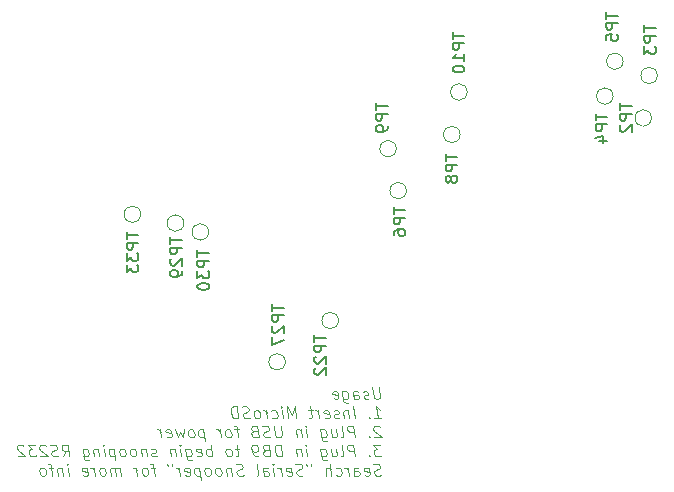
<source format=gbr>
%TF.GenerationSoftware,KiCad,Pcbnew,7.0.2*%
%TF.CreationDate,2023-06-17T11:36:00+01:00*%
%TF.ProjectId,serial_snooper,73657269-616c-45f7-936e-6f6f7065722e,rev?*%
%TF.SameCoordinates,Original*%
%TF.FileFunction,Legend,Bot*%
%TF.FilePolarity,Positive*%
%FSLAX46Y46*%
G04 Gerber Fmt 4.6, Leading zero omitted, Abs format (unit mm)*
G04 Created by KiCad (PCBNEW 7.0.2) date 2023-06-17 11:36:00*
%MOMM*%
%LPD*%
G01*
G04 APERTURE LIST*
%ADD10C,0.125000*%
%ADD11C,0.150000*%
%ADD12C,0.120000*%
G04 APERTURE END LIST*
D10*
X160142857Y-104897619D02*
X160244047Y-105707142D01*
X160244047Y-105707142D02*
X160208333Y-105802380D01*
X160208333Y-105802380D02*
X160166666Y-105850000D01*
X160166666Y-105850000D02*
X160077380Y-105897619D01*
X160077380Y-105897619D02*
X159886904Y-105897619D01*
X159886904Y-105897619D02*
X159785714Y-105850000D01*
X159785714Y-105850000D02*
X159732142Y-105802380D01*
X159732142Y-105802380D02*
X159672619Y-105707142D01*
X159672619Y-105707142D02*
X159571428Y-104897619D01*
X159267856Y-105850000D02*
X159178571Y-105897619D01*
X159178571Y-105897619D02*
X158988094Y-105897619D01*
X158988094Y-105897619D02*
X158886904Y-105850000D01*
X158886904Y-105850000D02*
X158827380Y-105754761D01*
X158827380Y-105754761D02*
X158821428Y-105707142D01*
X158821428Y-105707142D02*
X158857142Y-105611904D01*
X158857142Y-105611904D02*
X158946428Y-105564285D01*
X158946428Y-105564285D02*
X159089285Y-105564285D01*
X159089285Y-105564285D02*
X159178571Y-105516666D01*
X159178571Y-105516666D02*
X159214285Y-105421428D01*
X159214285Y-105421428D02*
X159208333Y-105373809D01*
X159208333Y-105373809D02*
X159148809Y-105278571D01*
X159148809Y-105278571D02*
X159047618Y-105230952D01*
X159047618Y-105230952D02*
X158904761Y-105230952D01*
X158904761Y-105230952D02*
X158815475Y-105278571D01*
X157994047Y-105897619D02*
X157928571Y-105373809D01*
X157928571Y-105373809D02*
X157964285Y-105278571D01*
X157964285Y-105278571D02*
X158053571Y-105230952D01*
X158053571Y-105230952D02*
X158244047Y-105230952D01*
X158244047Y-105230952D02*
X158345238Y-105278571D01*
X157988095Y-105850000D02*
X158089285Y-105897619D01*
X158089285Y-105897619D02*
X158327381Y-105897619D01*
X158327381Y-105897619D02*
X158416666Y-105850000D01*
X158416666Y-105850000D02*
X158452381Y-105754761D01*
X158452381Y-105754761D02*
X158440476Y-105659523D01*
X158440476Y-105659523D02*
X158380952Y-105564285D01*
X158380952Y-105564285D02*
X158279762Y-105516666D01*
X158279762Y-105516666D02*
X158041666Y-105516666D01*
X158041666Y-105516666D02*
X157940476Y-105469047D01*
X157011904Y-105230952D02*
X157113094Y-106040476D01*
X157113094Y-106040476D02*
X157172618Y-106135714D01*
X157172618Y-106135714D02*
X157226190Y-106183333D01*
X157226190Y-106183333D02*
X157327380Y-106230952D01*
X157327380Y-106230952D02*
X157470237Y-106230952D01*
X157470237Y-106230952D02*
X157559523Y-106183333D01*
X157089285Y-105850000D02*
X157190475Y-105897619D01*
X157190475Y-105897619D02*
X157380952Y-105897619D01*
X157380952Y-105897619D02*
X157470237Y-105850000D01*
X157470237Y-105850000D02*
X157511904Y-105802380D01*
X157511904Y-105802380D02*
X157547618Y-105707142D01*
X157547618Y-105707142D02*
X157511904Y-105421428D01*
X157511904Y-105421428D02*
X157452380Y-105326190D01*
X157452380Y-105326190D02*
X157398809Y-105278571D01*
X157398809Y-105278571D02*
X157297618Y-105230952D01*
X157297618Y-105230952D02*
X157107142Y-105230952D01*
X157107142Y-105230952D02*
X157017856Y-105278571D01*
X156279761Y-105850000D02*
X156380951Y-105897619D01*
X156380951Y-105897619D02*
X156571428Y-105897619D01*
X156571428Y-105897619D02*
X156660713Y-105850000D01*
X156660713Y-105850000D02*
X156696428Y-105754761D01*
X156696428Y-105754761D02*
X156648809Y-105373809D01*
X156648809Y-105373809D02*
X156589285Y-105278571D01*
X156589285Y-105278571D02*
X156488094Y-105230952D01*
X156488094Y-105230952D02*
X156297618Y-105230952D01*
X156297618Y-105230952D02*
X156208332Y-105278571D01*
X156208332Y-105278571D02*
X156172618Y-105373809D01*
X156172618Y-105373809D02*
X156184523Y-105469047D01*
X156184523Y-105469047D02*
X156672618Y-105564285D01*
X159744047Y-107517619D02*
X160315476Y-107517619D01*
X160029761Y-107517619D02*
X159904761Y-106517619D01*
X159904761Y-106517619D02*
X160017857Y-106660476D01*
X160017857Y-106660476D02*
X160125000Y-106755714D01*
X160125000Y-106755714D02*
X160226190Y-106803333D01*
X159309523Y-107422380D02*
X159267856Y-107470000D01*
X159267856Y-107470000D02*
X159321428Y-107517619D01*
X159321428Y-107517619D02*
X159363094Y-107470000D01*
X159363094Y-107470000D02*
X159309523Y-107422380D01*
X159309523Y-107422380D02*
X159321428Y-107517619D01*
X158089285Y-107517619D02*
X157964285Y-106517619D01*
X157535713Y-106850952D02*
X157619047Y-107517619D01*
X157547618Y-106946190D02*
X157494047Y-106898571D01*
X157494047Y-106898571D02*
X157392856Y-106850952D01*
X157392856Y-106850952D02*
X157249999Y-106850952D01*
X157249999Y-106850952D02*
X157160713Y-106898571D01*
X157160713Y-106898571D02*
X157124999Y-106993809D01*
X157124999Y-106993809D02*
X157190475Y-107517619D01*
X156761903Y-107470000D02*
X156672618Y-107517619D01*
X156672618Y-107517619D02*
X156482141Y-107517619D01*
X156482141Y-107517619D02*
X156380951Y-107470000D01*
X156380951Y-107470000D02*
X156321427Y-107374761D01*
X156321427Y-107374761D02*
X156315475Y-107327142D01*
X156315475Y-107327142D02*
X156351189Y-107231904D01*
X156351189Y-107231904D02*
X156440475Y-107184285D01*
X156440475Y-107184285D02*
X156583332Y-107184285D01*
X156583332Y-107184285D02*
X156672618Y-107136666D01*
X156672618Y-107136666D02*
X156708332Y-107041428D01*
X156708332Y-107041428D02*
X156702380Y-106993809D01*
X156702380Y-106993809D02*
X156642856Y-106898571D01*
X156642856Y-106898571D02*
X156541665Y-106850952D01*
X156541665Y-106850952D02*
X156398808Y-106850952D01*
X156398808Y-106850952D02*
X156309522Y-106898571D01*
X155529761Y-107470000D02*
X155630951Y-107517619D01*
X155630951Y-107517619D02*
X155821428Y-107517619D01*
X155821428Y-107517619D02*
X155910713Y-107470000D01*
X155910713Y-107470000D02*
X155946428Y-107374761D01*
X155946428Y-107374761D02*
X155898809Y-106993809D01*
X155898809Y-106993809D02*
X155839285Y-106898571D01*
X155839285Y-106898571D02*
X155738094Y-106850952D01*
X155738094Y-106850952D02*
X155547618Y-106850952D01*
X155547618Y-106850952D02*
X155458332Y-106898571D01*
X155458332Y-106898571D02*
X155422618Y-106993809D01*
X155422618Y-106993809D02*
X155434523Y-107089047D01*
X155434523Y-107089047D02*
X155922618Y-107184285D01*
X155065476Y-107517619D02*
X154982142Y-106850952D01*
X155005952Y-107041428D02*
X154946428Y-106946190D01*
X154946428Y-106946190D02*
X154892857Y-106898571D01*
X154892857Y-106898571D02*
X154791666Y-106850952D01*
X154791666Y-106850952D02*
X154696428Y-106850952D01*
X154511904Y-106850952D02*
X154130952Y-106850952D01*
X154327381Y-106517619D02*
X154434524Y-107374761D01*
X154434524Y-107374761D02*
X154398809Y-107470000D01*
X154398809Y-107470000D02*
X154309524Y-107517619D01*
X154309524Y-107517619D02*
X154214285Y-107517619D01*
X153125000Y-107517619D02*
X153000000Y-106517619D01*
X153000000Y-106517619D02*
X152755952Y-107231904D01*
X152755952Y-107231904D02*
X152333333Y-106517619D01*
X152333333Y-106517619D02*
X152458333Y-107517619D01*
X151988095Y-107517619D02*
X151904761Y-106850952D01*
X151863095Y-106517619D02*
X151916666Y-106565238D01*
X151916666Y-106565238D02*
X151874999Y-106612857D01*
X151874999Y-106612857D02*
X151821428Y-106565238D01*
X151821428Y-106565238D02*
X151863095Y-106517619D01*
X151863095Y-106517619D02*
X151874999Y-106612857D01*
X151083333Y-107470000D02*
X151184523Y-107517619D01*
X151184523Y-107517619D02*
X151375000Y-107517619D01*
X151375000Y-107517619D02*
X151464285Y-107470000D01*
X151464285Y-107470000D02*
X151505952Y-107422380D01*
X151505952Y-107422380D02*
X151541666Y-107327142D01*
X151541666Y-107327142D02*
X151505952Y-107041428D01*
X151505952Y-107041428D02*
X151446428Y-106946190D01*
X151446428Y-106946190D02*
X151392857Y-106898571D01*
X151392857Y-106898571D02*
X151291666Y-106850952D01*
X151291666Y-106850952D02*
X151101190Y-106850952D01*
X151101190Y-106850952D02*
X151011904Y-106898571D01*
X150666667Y-107517619D02*
X150583333Y-106850952D01*
X150607143Y-107041428D02*
X150547619Y-106946190D01*
X150547619Y-106946190D02*
X150494048Y-106898571D01*
X150494048Y-106898571D02*
X150392857Y-106850952D01*
X150392857Y-106850952D02*
X150297619Y-106850952D01*
X149910715Y-107517619D02*
X150000000Y-107470000D01*
X150000000Y-107470000D02*
X150041667Y-107422380D01*
X150041667Y-107422380D02*
X150077381Y-107327142D01*
X150077381Y-107327142D02*
X150041667Y-107041428D01*
X150041667Y-107041428D02*
X149982143Y-106946190D01*
X149982143Y-106946190D02*
X149928572Y-106898571D01*
X149928572Y-106898571D02*
X149827381Y-106850952D01*
X149827381Y-106850952D02*
X149684524Y-106850952D01*
X149684524Y-106850952D02*
X149595238Y-106898571D01*
X149595238Y-106898571D02*
X149553572Y-106946190D01*
X149553572Y-106946190D02*
X149517857Y-107041428D01*
X149517857Y-107041428D02*
X149553572Y-107327142D01*
X149553572Y-107327142D02*
X149613095Y-107422380D01*
X149613095Y-107422380D02*
X149666667Y-107470000D01*
X149666667Y-107470000D02*
X149767857Y-107517619D01*
X149767857Y-107517619D02*
X149910715Y-107517619D01*
X149196428Y-107470000D02*
X149059524Y-107517619D01*
X149059524Y-107517619D02*
X148821428Y-107517619D01*
X148821428Y-107517619D02*
X148720238Y-107470000D01*
X148720238Y-107470000D02*
X148666666Y-107422380D01*
X148666666Y-107422380D02*
X148607143Y-107327142D01*
X148607143Y-107327142D02*
X148595238Y-107231904D01*
X148595238Y-107231904D02*
X148630952Y-107136666D01*
X148630952Y-107136666D02*
X148672619Y-107089047D01*
X148672619Y-107089047D02*
X148761905Y-107041428D01*
X148761905Y-107041428D02*
X148946428Y-106993809D01*
X148946428Y-106993809D02*
X149035714Y-106946190D01*
X149035714Y-106946190D02*
X149077381Y-106898571D01*
X149077381Y-106898571D02*
X149113095Y-106803333D01*
X149113095Y-106803333D02*
X149101190Y-106708095D01*
X149101190Y-106708095D02*
X149041666Y-106612857D01*
X149041666Y-106612857D02*
X148988095Y-106565238D01*
X148988095Y-106565238D02*
X148886905Y-106517619D01*
X148886905Y-106517619D02*
X148648809Y-106517619D01*
X148648809Y-106517619D02*
X148511905Y-106565238D01*
X148208333Y-107517619D02*
X148083333Y-106517619D01*
X148083333Y-106517619D02*
X147845237Y-106517619D01*
X147845237Y-106517619D02*
X147708333Y-106565238D01*
X147708333Y-106565238D02*
X147624999Y-106660476D01*
X147624999Y-106660476D02*
X147589285Y-106755714D01*
X147589285Y-106755714D02*
X147565476Y-106946190D01*
X147565476Y-106946190D02*
X147583333Y-107089047D01*
X147583333Y-107089047D02*
X147654761Y-107279523D01*
X147654761Y-107279523D02*
X147714285Y-107374761D01*
X147714285Y-107374761D02*
X147821428Y-107470000D01*
X147821428Y-107470000D02*
X147970237Y-107517619D01*
X147970237Y-107517619D02*
X148208333Y-107517619D01*
X160202380Y-108232857D02*
X160148809Y-108185238D01*
X160148809Y-108185238D02*
X160047619Y-108137619D01*
X160047619Y-108137619D02*
X159809523Y-108137619D01*
X159809523Y-108137619D02*
X159720238Y-108185238D01*
X159720238Y-108185238D02*
X159678571Y-108232857D01*
X159678571Y-108232857D02*
X159642857Y-108328095D01*
X159642857Y-108328095D02*
X159654761Y-108423333D01*
X159654761Y-108423333D02*
X159720238Y-108566190D01*
X159720238Y-108566190D02*
X160363095Y-109137619D01*
X160363095Y-109137619D02*
X159744047Y-109137619D01*
X159309523Y-109042380D02*
X159267856Y-109090000D01*
X159267856Y-109090000D02*
X159321428Y-109137619D01*
X159321428Y-109137619D02*
X159363094Y-109090000D01*
X159363094Y-109090000D02*
X159309523Y-109042380D01*
X159309523Y-109042380D02*
X159321428Y-109137619D01*
X158089285Y-109137619D02*
X157964285Y-108137619D01*
X157964285Y-108137619D02*
X157583332Y-108137619D01*
X157583332Y-108137619D02*
X157494047Y-108185238D01*
X157494047Y-108185238D02*
X157452380Y-108232857D01*
X157452380Y-108232857D02*
X157416666Y-108328095D01*
X157416666Y-108328095D02*
X157434523Y-108470952D01*
X157434523Y-108470952D02*
X157494047Y-108566190D01*
X157494047Y-108566190D02*
X157547618Y-108613809D01*
X157547618Y-108613809D02*
X157648808Y-108661428D01*
X157648808Y-108661428D02*
X158029761Y-108661428D01*
X156952380Y-109137619D02*
X157041665Y-109090000D01*
X157041665Y-109090000D02*
X157077380Y-108994761D01*
X157077380Y-108994761D02*
X156970237Y-108137619D01*
X156065475Y-108470952D02*
X156148808Y-109137619D01*
X156494046Y-108470952D02*
X156559523Y-108994761D01*
X156559523Y-108994761D02*
X156523808Y-109090000D01*
X156523808Y-109090000D02*
X156434523Y-109137619D01*
X156434523Y-109137619D02*
X156291665Y-109137619D01*
X156291665Y-109137619D02*
X156190475Y-109090000D01*
X156190475Y-109090000D02*
X156136903Y-109042380D01*
X155166665Y-108470952D02*
X155267855Y-109280476D01*
X155267855Y-109280476D02*
X155327379Y-109375714D01*
X155327379Y-109375714D02*
X155380951Y-109423333D01*
X155380951Y-109423333D02*
X155482141Y-109470952D01*
X155482141Y-109470952D02*
X155624998Y-109470952D01*
X155624998Y-109470952D02*
X155714284Y-109423333D01*
X155244046Y-109090000D02*
X155345236Y-109137619D01*
X155345236Y-109137619D02*
X155535713Y-109137619D01*
X155535713Y-109137619D02*
X155624998Y-109090000D01*
X155624998Y-109090000D02*
X155666665Y-109042380D01*
X155666665Y-109042380D02*
X155702379Y-108947142D01*
X155702379Y-108947142D02*
X155666665Y-108661428D01*
X155666665Y-108661428D02*
X155607141Y-108566190D01*
X155607141Y-108566190D02*
X155553570Y-108518571D01*
X155553570Y-108518571D02*
X155452379Y-108470952D01*
X155452379Y-108470952D02*
X155261903Y-108470952D01*
X155261903Y-108470952D02*
X155172617Y-108518571D01*
X154059522Y-109137619D02*
X153976188Y-108470952D01*
X153934522Y-108137619D02*
X153988093Y-108185238D01*
X153988093Y-108185238D02*
X153946426Y-108232857D01*
X153946426Y-108232857D02*
X153892855Y-108185238D01*
X153892855Y-108185238D02*
X153934522Y-108137619D01*
X153934522Y-108137619D02*
X153946426Y-108232857D01*
X153505950Y-108470952D02*
X153589284Y-109137619D01*
X153517855Y-108566190D02*
X153464284Y-108518571D01*
X153464284Y-108518571D02*
X153363093Y-108470952D01*
X153363093Y-108470952D02*
X153220236Y-108470952D01*
X153220236Y-108470952D02*
X153130950Y-108518571D01*
X153130950Y-108518571D02*
X153095236Y-108613809D01*
X153095236Y-108613809D02*
X153160712Y-109137619D01*
X151803569Y-108137619D02*
X151904759Y-108947142D01*
X151904759Y-108947142D02*
X151869045Y-109042380D01*
X151869045Y-109042380D02*
X151827378Y-109090000D01*
X151827378Y-109090000D02*
X151738092Y-109137619D01*
X151738092Y-109137619D02*
X151547616Y-109137619D01*
X151547616Y-109137619D02*
X151446426Y-109090000D01*
X151446426Y-109090000D02*
X151392854Y-109042380D01*
X151392854Y-109042380D02*
X151333331Y-108947142D01*
X151333331Y-108947142D02*
X151232140Y-108137619D01*
X150928568Y-109090000D02*
X150791664Y-109137619D01*
X150791664Y-109137619D02*
X150553568Y-109137619D01*
X150553568Y-109137619D02*
X150452378Y-109090000D01*
X150452378Y-109090000D02*
X150398806Y-109042380D01*
X150398806Y-109042380D02*
X150339283Y-108947142D01*
X150339283Y-108947142D02*
X150327378Y-108851904D01*
X150327378Y-108851904D02*
X150363092Y-108756666D01*
X150363092Y-108756666D02*
X150404759Y-108709047D01*
X150404759Y-108709047D02*
X150494045Y-108661428D01*
X150494045Y-108661428D02*
X150678568Y-108613809D01*
X150678568Y-108613809D02*
X150767854Y-108566190D01*
X150767854Y-108566190D02*
X150809521Y-108518571D01*
X150809521Y-108518571D02*
X150845235Y-108423333D01*
X150845235Y-108423333D02*
X150833330Y-108328095D01*
X150833330Y-108328095D02*
X150773806Y-108232857D01*
X150773806Y-108232857D02*
X150720235Y-108185238D01*
X150720235Y-108185238D02*
X150619045Y-108137619D01*
X150619045Y-108137619D02*
X150380949Y-108137619D01*
X150380949Y-108137619D02*
X150244045Y-108185238D01*
X149541663Y-108613809D02*
X149404758Y-108661428D01*
X149404758Y-108661428D02*
X149363092Y-108709047D01*
X149363092Y-108709047D02*
X149327377Y-108804285D01*
X149327377Y-108804285D02*
X149345235Y-108947142D01*
X149345235Y-108947142D02*
X149404758Y-109042380D01*
X149404758Y-109042380D02*
X149458330Y-109090000D01*
X149458330Y-109090000D02*
X149559520Y-109137619D01*
X149559520Y-109137619D02*
X149940473Y-109137619D01*
X149940473Y-109137619D02*
X149815473Y-108137619D01*
X149815473Y-108137619D02*
X149482139Y-108137619D01*
X149482139Y-108137619D02*
X149392854Y-108185238D01*
X149392854Y-108185238D02*
X149351187Y-108232857D01*
X149351187Y-108232857D02*
X149315473Y-108328095D01*
X149315473Y-108328095D02*
X149327377Y-108423333D01*
X149327377Y-108423333D02*
X149386901Y-108518571D01*
X149386901Y-108518571D02*
X149440473Y-108566190D01*
X149440473Y-108566190D02*
X149541663Y-108613809D01*
X149541663Y-108613809D02*
X149874996Y-108613809D01*
X148244043Y-108470952D02*
X147863091Y-108470952D01*
X148184520Y-109137619D02*
X148077377Y-108280476D01*
X148077377Y-108280476D02*
X148017853Y-108185238D01*
X148017853Y-108185238D02*
X147916663Y-108137619D01*
X147916663Y-108137619D02*
X147821424Y-108137619D01*
X147476187Y-109137619D02*
X147565472Y-109090000D01*
X147565472Y-109090000D02*
X147607139Y-109042380D01*
X147607139Y-109042380D02*
X147642853Y-108947142D01*
X147642853Y-108947142D02*
X147607139Y-108661428D01*
X147607139Y-108661428D02*
X147547615Y-108566190D01*
X147547615Y-108566190D02*
X147494044Y-108518571D01*
X147494044Y-108518571D02*
X147392853Y-108470952D01*
X147392853Y-108470952D02*
X147249996Y-108470952D01*
X147249996Y-108470952D02*
X147160710Y-108518571D01*
X147160710Y-108518571D02*
X147119044Y-108566190D01*
X147119044Y-108566190D02*
X147083329Y-108661428D01*
X147083329Y-108661428D02*
X147119044Y-108947142D01*
X147119044Y-108947142D02*
X147178567Y-109042380D01*
X147178567Y-109042380D02*
X147232139Y-109090000D01*
X147232139Y-109090000D02*
X147333329Y-109137619D01*
X147333329Y-109137619D02*
X147476187Y-109137619D01*
X146720234Y-109137619D02*
X146636900Y-108470952D01*
X146660710Y-108661428D02*
X146601186Y-108566190D01*
X146601186Y-108566190D02*
X146547615Y-108518571D01*
X146547615Y-108518571D02*
X146446424Y-108470952D01*
X146446424Y-108470952D02*
X146351186Y-108470952D01*
X145261900Y-108470952D02*
X145386900Y-109470952D01*
X145267853Y-108518571D02*
X145166662Y-108470952D01*
X145166662Y-108470952D02*
X144976186Y-108470952D01*
X144976186Y-108470952D02*
X144886900Y-108518571D01*
X144886900Y-108518571D02*
X144845234Y-108566190D01*
X144845234Y-108566190D02*
X144809519Y-108661428D01*
X144809519Y-108661428D02*
X144845234Y-108947142D01*
X144845234Y-108947142D02*
X144904757Y-109042380D01*
X144904757Y-109042380D02*
X144958329Y-109090000D01*
X144958329Y-109090000D02*
X145059519Y-109137619D01*
X145059519Y-109137619D02*
X145249996Y-109137619D01*
X145249996Y-109137619D02*
X145339281Y-109090000D01*
X144345234Y-109137619D02*
X144434519Y-109090000D01*
X144434519Y-109090000D02*
X144476186Y-109042380D01*
X144476186Y-109042380D02*
X144511900Y-108947142D01*
X144511900Y-108947142D02*
X144476186Y-108661428D01*
X144476186Y-108661428D02*
X144416662Y-108566190D01*
X144416662Y-108566190D02*
X144363091Y-108518571D01*
X144363091Y-108518571D02*
X144261900Y-108470952D01*
X144261900Y-108470952D02*
X144119043Y-108470952D01*
X144119043Y-108470952D02*
X144029757Y-108518571D01*
X144029757Y-108518571D02*
X143988091Y-108566190D01*
X143988091Y-108566190D02*
X143952376Y-108661428D01*
X143952376Y-108661428D02*
X143988091Y-108947142D01*
X143988091Y-108947142D02*
X144047614Y-109042380D01*
X144047614Y-109042380D02*
X144101186Y-109090000D01*
X144101186Y-109090000D02*
X144202376Y-109137619D01*
X144202376Y-109137619D02*
X144345234Y-109137619D01*
X143601185Y-108470952D02*
X143494043Y-109137619D01*
X143494043Y-109137619D02*
X143244043Y-108661428D01*
X143244043Y-108661428D02*
X143113090Y-109137619D01*
X143113090Y-109137619D02*
X142839281Y-108470952D01*
X142160709Y-109090000D02*
X142261899Y-109137619D01*
X142261899Y-109137619D02*
X142452376Y-109137619D01*
X142452376Y-109137619D02*
X142541661Y-109090000D01*
X142541661Y-109090000D02*
X142577376Y-108994761D01*
X142577376Y-108994761D02*
X142529757Y-108613809D01*
X142529757Y-108613809D02*
X142470233Y-108518571D01*
X142470233Y-108518571D02*
X142369042Y-108470952D01*
X142369042Y-108470952D02*
X142178566Y-108470952D01*
X142178566Y-108470952D02*
X142089280Y-108518571D01*
X142089280Y-108518571D02*
X142053566Y-108613809D01*
X142053566Y-108613809D02*
X142065471Y-108709047D01*
X142065471Y-108709047D02*
X142553566Y-108804285D01*
X141696424Y-109137619D02*
X141613090Y-108470952D01*
X141636900Y-108661428D02*
X141577376Y-108566190D01*
X141577376Y-108566190D02*
X141523805Y-108518571D01*
X141523805Y-108518571D02*
X141422614Y-108470952D01*
X141422614Y-108470952D02*
X141327376Y-108470952D01*
X160238095Y-109757619D02*
X159619047Y-109757619D01*
X159619047Y-109757619D02*
X160000000Y-110138571D01*
X160000000Y-110138571D02*
X159857142Y-110138571D01*
X159857142Y-110138571D02*
X159767857Y-110186190D01*
X159767857Y-110186190D02*
X159726190Y-110233809D01*
X159726190Y-110233809D02*
X159690476Y-110329047D01*
X159690476Y-110329047D02*
X159720238Y-110567142D01*
X159720238Y-110567142D02*
X159779761Y-110662380D01*
X159779761Y-110662380D02*
X159833333Y-110710000D01*
X159833333Y-110710000D02*
X159934523Y-110757619D01*
X159934523Y-110757619D02*
X160220238Y-110757619D01*
X160220238Y-110757619D02*
X160309523Y-110710000D01*
X160309523Y-110710000D02*
X160351190Y-110662380D01*
X159309523Y-110662380D02*
X159267856Y-110710000D01*
X159267856Y-110710000D02*
X159321428Y-110757619D01*
X159321428Y-110757619D02*
X159363094Y-110710000D01*
X159363094Y-110710000D02*
X159309523Y-110662380D01*
X159309523Y-110662380D02*
X159321428Y-110757619D01*
X158089285Y-110757619D02*
X157964285Y-109757619D01*
X157964285Y-109757619D02*
X157583332Y-109757619D01*
X157583332Y-109757619D02*
X157494047Y-109805238D01*
X157494047Y-109805238D02*
X157452380Y-109852857D01*
X157452380Y-109852857D02*
X157416666Y-109948095D01*
X157416666Y-109948095D02*
X157434523Y-110090952D01*
X157434523Y-110090952D02*
X157494047Y-110186190D01*
X157494047Y-110186190D02*
X157547618Y-110233809D01*
X157547618Y-110233809D02*
X157648808Y-110281428D01*
X157648808Y-110281428D02*
X158029761Y-110281428D01*
X156952380Y-110757619D02*
X157041665Y-110710000D01*
X157041665Y-110710000D02*
X157077380Y-110614761D01*
X157077380Y-110614761D02*
X156970237Y-109757619D01*
X156065475Y-110090952D02*
X156148808Y-110757619D01*
X156494046Y-110090952D02*
X156559523Y-110614761D01*
X156559523Y-110614761D02*
X156523808Y-110710000D01*
X156523808Y-110710000D02*
X156434523Y-110757619D01*
X156434523Y-110757619D02*
X156291665Y-110757619D01*
X156291665Y-110757619D02*
X156190475Y-110710000D01*
X156190475Y-110710000D02*
X156136903Y-110662380D01*
X155166665Y-110090952D02*
X155267855Y-110900476D01*
X155267855Y-110900476D02*
X155327379Y-110995714D01*
X155327379Y-110995714D02*
X155380951Y-111043333D01*
X155380951Y-111043333D02*
X155482141Y-111090952D01*
X155482141Y-111090952D02*
X155624998Y-111090952D01*
X155624998Y-111090952D02*
X155714284Y-111043333D01*
X155244046Y-110710000D02*
X155345236Y-110757619D01*
X155345236Y-110757619D02*
X155535713Y-110757619D01*
X155535713Y-110757619D02*
X155624998Y-110710000D01*
X155624998Y-110710000D02*
X155666665Y-110662380D01*
X155666665Y-110662380D02*
X155702379Y-110567142D01*
X155702379Y-110567142D02*
X155666665Y-110281428D01*
X155666665Y-110281428D02*
X155607141Y-110186190D01*
X155607141Y-110186190D02*
X155553570Y-110138571D01*
X155553570Y-110138571D02*
X155452379Y-110090952D01*
X155452379Y-110090952D02*
X155261903Y-110090952D01*
X155261903Y-110090952D02*
X155172617Y-110138571D01*
X154059522Y-110757619D02*
X153976188Y-110090952D01*
X153934522Y-109757619D02*
X153988093Y-109805238D01*
X153988093Y-109805238D02*
X153946426Y-109852857D01*
X153946426Y-109852857D02*
X153892855Y-109805238D01*
X153892855Y-109805238D02*
X153934522Y-109757619D01*
X153934522Y-109757619D02*
X153946426Y-109852857D01*
X153505950Y-110090952D02*
X153589284Y-110757619D01*
X153517855Y-110186190D02*
X153464284Y-110138571D01*
X153464284Y-110138571D02*
X153363093Y-110090952D01*
X153363093Y-110090952D02*
X153220236Y-110090952D01*
X153220236Y-110090952D02*
X153130950Y-110138571D01*
X153130950Y-110138571D02*
X153095236Y-110233809D01*
X153095236Y-110233809D02*
X153160712Y-110757619D01*
X151928569Y-110757619D02*
X151803569Y-109757619D01*
X151803569Y-109757619D02*
X151565473Y-109757619D01*
X151565473Y-109757619D02*
X151428569Y-109805238D01*
X151428569Y-109805238D02*
X151345235Y-109900476D01*
X151345235Y-109900476D02*
X151309521Y-109995714D01*
X151309521Y-109995714D02*
X151285712Y-110186190D01*
X151285712Y-110186190D02*
X151303569Y-110329047D01*
X151303569Y-110329047D02*
X151374997Y-110519523D01*
X151374997Y-110519523D02*
X151434521Y-110614761D01*
X151434521Y-110614761D02*
X151541664Y-110710000D01*
X151541664Y-110710000D02*
X151690473Y-110757619D01*
X151690473Y-110757619D02*
X151928569Y-110757619D01*
X150535711Y-110233809D02*
X150398806Y-110281428D01*
X150398806Y-110281428D02*
X150357140Y-110329047D01*
X150357140Y-110329047D02*
X150321425Y-110424285D01*
X150321425Y-110424285D02*
X150339283Y-110567142D01*
X150339283Y-110567142D02*
X150398806Y-110662380D01*
X150398806Y-110662380D02*
X150452378Y-110710000D01*
X150452378Y-110710000D02*
X150553568Y-110757619D01*
X150553568Y-110757619D02*
X150934521Y-110757619D01*
X150934521Y-110757619D02*
X150809521Y-109757619D01*
X150809521Y-109757619D02*
X150476187Y-109757619D01*
X150476187Y-109757619D02*
X150386902Y-109805238D01*
X150386902Y-109805238D02*
X150345235Y-109852857D01*
X150345235Y-109852857D02*
X150309521Y-109948095D01*
X150309521Y-109948095D02*
X150321425Y-110043333D01*
X150321425Y-110043333D02*
X150380949Y-110138571D01*
X150380949Y-110138571D02*
X150434521Y-110186190D01*
X150434521Y-110186190D02*
X150535711Y-110233809D01*
X150535711Y-110233809D02*
X150869044Y-110233809D01*
X149892854Y-110757619D02*
X149702377Y-110757619D01*
X149702377Y-110757619D02*
X149601187Y-110710000D01*
X149601187Y-110710000D02*
X149547616Y-110662380D01*
X149547616Y-110662380D02*
X149434520Y-110519523D01*
X149434520Y-110519523D02*
X149363092Y-110329047D01*
X149363092Y-110329047D02*
X149315473Y-109948095D01*
X149315473Y-109948095D02*
X149351187Y-109852857D01*
X149351187Y-109852857D02*
X149392854Y-109805238D01*
X149392854Y-109805238D02*
X149482139Y-109757619D01*
X149482139Y-109757619D02*
X149672616Y-109757619D01*
X149672616Y-109757619D02*
X149773806Y-109805238D01*
X149773806Y-109805238D02*
X149827377Y-109852857D01*
X149827377Y-109852857D02*
X149886901Y-109948095D01*
X149886901Y-109948095D02*
X149916663Y-110186190D01*
X149916663Y-110186190D02*
X149880949Y-110281428D01*
X149880949Y-110281428D02*
X149839282Y-110329047D01*
X149839282Y-110329047D02*
X149749996Y-110376666D01*
X149749996Y-110376666D02*
X149559520Y-110376666D01*
X149559520Y-110376666D02*
X149458330Y-110329047D01*
X149458330Y-110329047D02*
X149404758Y-110281428D01*
X149404758Y-110281428D02*
X149345235Y-110186190D01*
X148291662Y-110090952D02*
X147910710Y-110090952D01*
X148107139Y-109757619D02*
X148214282Y-110614761D01*
X148214282Y-110614761D02*
X148178567Y-110710000D01*
X148178567Y-110710000D02*
X148089282Y-110757619D01*
X148089282Y-110757619D02*
X147994043Y-110757619D01*
X147523806Y-110757619D02*
X147613091Y-110710000D01*
X147613091Y-110710000D02*
X147654758Y-110662380D01*
X147654758Y-110662380D02*
X147690472Y-110567142D01*
X147690472Y-110567142D02*
X147654758Y-110281428D01*
X147654758Y-110281428D02*
X147595234Y-110186190D01*
X147595234Y-110186190D02*
X147541663Y-110138571D01*
X147541663Y-110138571D02*
X147440472Y-110090952D01*
X147440472Y-110090952D02*
X147297615Y-110090952D01*
X147297615Y-110090952D02*
X147208329Y-110138571D01*
X147208329Y-110138571D02*
X147166663Y-110186190D01*
X147166663Y-110186190D02*
X147130948Y-110281428D01*
X147130948Y-110281428D02*
X147166663Y-110567142D01*
X147166663Y-110567142D02*
X147226186Y-110662380D01*
X147226186Y-110662380D02*
X147279758Y-110710000D01*
X147279758Y-110710000D02*
X147380948Y-110757619D01*
X147380948Y-110757619D02*
X147523806Y-110757619D01*
X146005948Y-110757619D02*
X145880948Y-109757619D01*
X145928567Y-110138571D02*
X145827376Y-110090952D01*
X145827376Y-110090952D02*
X145636900Y-110090952D01*
X145636900Y-110090952D02*
X145547614Y-110138571D01*
X145547614Y-110138571D02*
X145505948Y-110186190D01*
X145505948Y-110186190D02*
X145470233Y-110281428D01*
X145470233Y-110281428D02*
X145505948Y-110567142D01*
X145505948Y-110567142D02*
X145565471Y-110662380D01*
X145565471Y-110662380D02*
X145619043Y-110710000D01*
X145619043Y-110710000D02*
X145720233Y-110757619D01*
X145720233Y-110757619D02*
X145910710Y-110757619D01*
X145910710Y-110757619D02*
X145999995Y-110710000D01*
X144720233Y-110710000D02*
X144821423Y-110757619D01*
X144821423Y-110757619D02*
X145011900Y-110757619D01*
X145011900Y-110757619D02*
X145101185Y-110710000D01*
X145101185Y-110710000D02*
X145136900Y-110614761D01*
X145136900Y-110614761D02*
X145089281Y-110233809D01*
X145089281Y-110233809D02*
X145029757Y-110138571D01*
X145029757Y-110138571D02*
X144928566Y-110090952D01*
X144928566Y-110090952D02*
X144738090Y-110090952D01*
X144738090Y-110090952D02*
X144648804Y-110138571D01*
X144648804Y-110138571D02*
X144613090Y-110233809D01*
X144613090Y-110233809D02*
X144624995Y-110329047D01*
X144624995Y-110329047D02*
X145113090Y-110424285D01*
X143744043Y-110090952D02*
X143845233Y-110900476D01*
X143845233Y-110900476D02*
X143904757Y-110995714D01*
X143904757Y-110995714D02*
X143958329Y-111043333D01*
X143958329Y-111043333D02*
X144059519Y-111090952D01*
X144059519Y-111090952D02*
X144202376Y-111090952D01*
X144202376Y-111090952D02*
X144291662Y-111043333D01*
X143821424Y-110710000D02*
X143922614Y-110757619D01*
X143922614Y-110757619D02*
X144113091Y-110757619D01*
X144113091Y-110757619D02*
X144202376Y-110710000D01*
X144202376Y-110710000D02*
X144244043Y-110662380D01*
X144244043Y-110662380D02*
X144279757Y-110567142D01*
X144279757Y-110567142D02*
X144244043Y-110281428D01*
X144244043Y-110281428D02*
X144184519Y-110186190D01*
X144184519Y-110186190D02*
X144130948Y-110138571D01*
X144130948Y-110138571D02*
X144029757Y-110090952D01*
X144029757Y-110090952D02*
X143839281Y-110090952D01*
X143839281Y-110090952D02*
X143749995Y-110138571D01*
X143398805Y-110757619D02*
X143315471Y-110090952D01*
X143273805Y-109757619D02*
X143327376Y-109805238D01*
X143327376Y-109805238D02*
X143285709Y-109852857D01*
X143285709Y-109852857D02*
X143232138Y-109805238D01*
X143232138Y-109805238D02*
X143273805Y-109757619D01*
X143273805Y-109757619D02*
X143285709Y-109852857D01*
X142845233Y-110090952D02*
X142928567Y-110757619D01*
X142857138Y-110186190D02*
X142803567Y-110138571D01*
X142803567Y-110138571D02*
X142702376Y-110090952D01*
X142702376Y-110090952D02*
X142559519Y-110090952D01*
X142559519Y-110090952D02*
X142470233Y-110138571D01*
X142470233Y-110138571D02*
X142434519Y-110233809D01*
X142434519Y-110233809D02*
X142499995Y-110757619D01*
X141309518Y-110710000D02*
X141220233Y-110757619D01*
X141220233Y-110757619D02*
X141029756Y-110757619D01*
X141029756Y-110757619D02*
X140928566Y-110710000D01*
X140928566Y-110710000D02*
X140869042Y-110614761D01*
X140869042Y-110614761D02*
X140863090Y-110567142D01*
X140863090Y-110567142D02*
X140898804Y-110471904D01*
X140898804Y-110471904D02*
X140988090Y-110424285D01*
X140988090Y-110424285D02*
X141130947Y-110424285D01*
X141130947Y-110424285D02*
X141220233Y-110376666D01*
X141220233Y-110376666D02*
X141255947Y-110281428D01*
X141255947Y-110281428D02*
X141249995Y-110233809D01*
X141249995Y-110233809D02*
X141190471Y-110138571D01*
X141190471Y-110138571D02*
X141089280Y-110090952D01*
X141089280Y-110090952D02*
X140946423Y-110090952D01*
X140946423Y-110090952D02*
X140857137Y-110138571D01*
X140380947Y-110090952D02*
X140464281Y-110757619D01*
X140392852Y-110186190D02*
X140339281Y-110138571D01*
X140339281Y-110138571D02*
X140238090Y-110090952D01*
X140238090Y-110090952D02*
X140095233Y-110090952D01*
X140095233Y-110090952D02*
X140005947Y-110138571D01*
X140005947Y-110138571D02*
X139970233Y-110233809D01*
X139970233Y-110233809D02*
X140035709Y-110757619D01*
X139422614Y-110757619D02*
X139511899Y-110710000D01*
X139511899Y-110710000D02*
X139553566Y-110662380D01*
X139553566Y-110662380D02*
X139589280Y-110567142D01*
X139589280Y-110567142D02*
X139553566Y-110281428D01*
X139553566Y-110281428D02*
X139494042Y-110186190D01*
X139494042Y-110186190D02*
X139440471Y-110138571D01*
X139440471Y-110138571D02*
X139339280Y-110090952D01*
X139339280Y-110090952D02*
X139196423Y-110090952D01*
X139196423Y-110090952D02*
X139107137Y-110138571D01*
X139107137Y-110138571D02*
X139065471Y-110186190D01*
X139065471Y-110186190D02*
X139029756Y-110281428D01*
X139029756Y-110281428D02*
X139065471Y-110567142D01*
X139065471Y-110567142D02*
X139124994Y-110662380D01*
X139124994Y-110662380D02*
X139178566Y-110710000D01*
X139178566Y-110710000D02*
X139279756Y-110757619D01*
X139279756Y-110757619D02*
X139422614Y-110757619D01*
X138523804Y-110757619D02*
X138613089Y-110710000D01*
X138613089Y-110710000D02*
X138654756Y-110662380D01*
X138654756Y-110662380D02*
X138690470Y-110567142D01*
X138690470Y-110567142D02*
X138654756Y-110281428D01*
X138654756Y-110281428D02*
X138595232Y-110186190D01*
X138595232Y-110186190D02*
X138541661Y-110138571D01*
X138541661Y-110138571D02*
X138440470Y-110090952D01*
X138440470Y-110090952D02*
X138297613Y-110090952D01*
X138297613Y-110090952D02*
X138208327Y-110138571D01*
X138208327Y-110138571D02*
X138166661Y-110186190D01*
X138166661Y-110186190D02*
X138130946Y-110281428D01*
X138130946Y-110281428D02*
X138166661Y-110567142D01*
X138166661Y-110567142D02*
X138226184Y-110662380D01*
X138226184Y-110662380D02*
X138279756Y-110710000D01*
X138279756Y-110710000D02*
X138380946Y-110757619D01*
X138380946Y-110757619D02*
X138523804Y-110757619D01*
X137684517Y-110090952D02*
X137809517Y-111090952D01*
X137690470Y-110138571D02*
X137589279Y-110090952D01*
X137589279Y-110090952D02*
X137398803Y-110090952D01*
X137398803Y-110090952D02*
X137309517Y-110138571D01*
X137309517Y-110138571D02*
X137267851Y-110186190D01*
X137267851Y-110186190D02*
X137232136Y-110281428D01*
X137232136Y-110281428D02*
X137267851Y-110567142D01*
X137267851Y-110567142D02*
X137327374Y-110662380D01*
X137327374Y-110662380D02*
X137380946Y-110710000D01*
X137380946Y-110710000D02*
X137482136Y-110757619D01*
X137482136Y-110757619D02*
X137672613Y-110757619D01*
X137672613Y-110757619D02*
X137761898Y-110710000D01*
X136910708Y-110757619D02*
X136827374Y-110090952D01*
X136785708Y-109757619D02*
X136839279Y-109805238D01*
X136839279Y-109805238D02*
X136797612Y-109852857D01*
X136797612Y-109852857D02*
X136744041Y-109805238D01*
X136744041Y-109805238D02*
X136785708Y-109757619D01*
X136785708Y-109757619D02*
X136797612Y-109852857D01*
X136357136Y-110090952D02*
X136440470Y-110757619D01*
X136369041Y-110186190D02*
X136315470Y-110138571D01*
X136315470Y-110138571D02*
X136214279Y-110090952D01*
X136214279Y-110090952D02*
X136071422Y-110090952D01*
X136071422Y-110090952D02*
X135982136Y-110138571D01*
X135982136Y-110138571D02*
X135946422Y-110233809D01*
X135946422Y-110233809D02*
X136011898Y-110757619D01*
X135029755Y-110090952D02*
X135130945Y-110900476D01*
X135130945Y-110900476D02*
X135190469Y-110995714D01*
X135190469Y-110995714D02*
X135244041Y-111043333D01*
X135244041Y-111043333D02*
X135345231Y-111090952D01*
X135345231Y-111090952D02*
X135488088Y-111090952D01*
X135488088Y-111090952D02*
X135577374Y-111043333D01*
X135107136Y-110710000D02*
X135208326Y-110757619D01*
X135208326Y-110757619D02*
X135398803Y-110757619D01*
X135398803Y-110757619D02*
X135488088Y-110710000D01*
X135488088Y-110710000D02*
X135529755Y-110662380D01*
X135529755Y-110662380D02*
X135565469Y-110567142D01*
X135565469Y-110567142D02*
X135529755Y-110281428D01*
X135529755Y-110281428D02*
X135470231Y-110186190D01*
X135470231Y-110186190D02*
X135416660Y-110138571D01*
X135416660Y-110138571D02*
X135315469Y-110090952D01*
X135315469Y-110090952D02*
X135124993Y-110090952D01*
X135124993Y-110090952D02*
X135035707Y-110138571D01*
X133351183Y-110757619D02*
X133624993Y-110281428D01*
X133922612Y-110757619D02*
X133797612Y-109757619D01*
X133797612Y-109757619D02*
X133416659Y-109757619D01*
X133416659Y-109757619D02*
X133327374Y-109805238D01*
X133327374Y-109805238D02*
X133285707Y-109852857D01*
X133285707Y-109852857D02*
X133249993Y-109948095D01*
X133249993Y-109948095D02*
X133267850Y-110090952D01*
X133267850Y-110090952D02*
X133327374Y-110186190D01*
X133327374Y-110186190D02*
X133380945Y-110233809D01*
X133380945Y-110233809D02*
X133482135Y-110281428D01*
X133482135Y-110281428D02*
X133863088Y-110281428D01*
X132970230Y-110710000D02*
X132833326Y-110757619D01*
X132833326Y-110757619D02*
X132595230Y-110757619D01*
X132595230Y-110757619D02*
X132494040Y-110710000D01*
X132494040Y-110710000D02*
X132440468Y-110662380D01*
X132440468Y-110662380D02*
X132380945Y-110567142D01*
X132380945Y-110567142D02*
X132369040Y-110471904D01*
X132369040Y-110471904D02*
X132404754Y-110376666D01*
X132404754Y-110376666D02*
X132446421Y-110329047D01*
X132446421Y-110329047D02*
X132535707Y-110281428D01*
X132535707Y-110281428D02*
X132720230Y-110233809D01*
X132720230Y-110233809D02*
X132809516Y-110186190D01*
X132809516Y-110186190D02*
X132851183Y-110138571D01*
X132851183Y-110138571D02*
X132886897Y-110043333D01*
X132886897Y-110043333D02*
X132874992Y-109948095D01*
X132874992Y-109948095D02*
X132815468Y-109852857D01*
X132815468Y-109852857D02*
X132761897Y-109805238D01*
X132761897Y-109805238D02*
X132660707Y-109757619D01*
X132660707Y-109757619D02*
X132422611Y-109757619D01*
X132422611Y-109757619D02*
X132285707Y-109805238D01*
X131916658Y-109852857D02*
X131863087Y-109805238D01*
X131863087Y-109805238D02*
X131761897Y-109757619D01*
X131761897Y-109757619D02*
X131523801Y-109757619D01*
X131523801Y-109757619D02*
X131434516Y-109805238D01*
X131434516Y-109805238D02*
X131392849Y-109852857D01*
X131392849Y-109852857D02*
X131357135Y-109948095D01*
X131357135Y-109948095D02*
X131369039Y-110043333D01*
X131369039Y-110043333D02*
X131434516Y-110186190D01*
X131434516Y-110186190D02*
X132077373Y-110757619D01*
X132077373Y-110757619D02*
X131458325Y-110757619D01*
X131005944Y-109757619D02*
X130386896Y-109757619D01*
X130386896Y-109757619D02*
X130767849Y-110138571D01*
X130767849Y-110138571D02*
X130624991Y-110138571D01*
X130624991Y-110138571D02*
X130535706Y-110186190D01*
X130535706Y-110186190D02*
X130494039Y-110233809D01*
X130494039Y-110233809D02*
X130458325Y-110329047D01*
X130458325Y-110329047D02*
X130488087Y-110567142D01*
X130488087Y-110567142D02*
X130547610Y-110662380D01*
X130547610Y-110662380D02*
X130601182Y-110710000D01*
X130601182Y-110710000D02*
X130702372Y-110757619D01*
X130702372Y-110757619D02*
X130988087Y-110757619D01*
X130988087Y-110757619D02*
X131077372Y-110710000D01*
X131077372Y-110710000D02*
X131119039Y-110662380D01*
X130023800Y-109852857D02*
X129970229Y-109805238D01*
X129970229Y-109805238D02*
X129869039Y-109757619D01*
X129869039Y-109757619D02*
X129630943Y-109757619D01*
X129630943Y-109757619D02*
X129541658Y-109805238D01*
X129541658Y-109805238D02*
X129499991Y-109852857D01*
X129499991Y-109852857D02*
X129464277Y-109948095D01*
X129464277Y-109948095D02*
X129476181Y-110043333D01*
X129476181Y-110043333D02*
X129541658Y-110186190D01*
X129541658Y-110186190D02*
X130184515Y-110757619D01*
X130184515Y-110757619D02*
X129565467Y-110757619D01*
X160309523Y-112330000D02*
X160172619Y-112377619D01*
X160172619Y-112377619D02*
X159934523Y-112377619D01*
X159934523Y-112377619D02*
X159833333Y-112330000D01*
X159833333Y-112330000D02*
X159779761Y-112282380D01*
X159779761Y-112282380D02*
X159720238Y-112187142D01*
X159720238Y-112187142D02*
X159708333Y-112091904D01*
X159708333Y-112091904D02*
X159744047Y-111996666D01*
X159744047Y-111996666D02*
X159785714Y-111949047D01*
X159785714Y-111949047D02*
X159875000Y-111901428D01*
X159875000Y-111901428D02*
X160059523Y-111853809D01*
X160059523Y-111853809D02*
X160148809Y-111806190D01*
X160148809Y-111806190D02*
X160190476Y-111758571D01*
X160190476Y-111758571D02*
X160226190Y-111663333D01*
X160226190Y-111663333D02*
X160214285Y-111568095D01*
X160214285Y-111568095D02*
X160154761Y-111472857D01*
X160154761Y-111472857D02*
X160101190Y-111425238D01*
X160101190Y-111425238D02*
X160000000Y-111377619D01*
X160000000Y-111377619D02*
X159761904Y-111377619D01*
X159761904Y-111377619D02*
X159625000Y-111425238D01*
X158934523Y-112330000D02*
X159035713Y-112377619D01*
X159035713Y-112377619D02*
X159226190Y-112377619D01*
X159226190Y-112377619D02*
X159315475Y-112330000D01*
X159315475Y-112330000D02*
X159351190Y-112234761D01*
X159351190Y-112234761D02*
X159303571Y-111853809D01*
X159303571Y-111853809D02*
X159244047Y-111758571D01*
X159244047Y-111758571D02*
X159142856Y-111710952D01*
X159142856Y-111710952D02*
X158952380Y-111710952D01*
X158952380Y-111710952D02*
X158863094Y-111758571D01*
X158863094Y-111758571D02*
X158827380Y-111853809D01*
X158827380Y-111853809D02*
X158839285Y-111949047D01*
X158839285Y-111949047D02*
X159327380Y-112044285D01*
X158041666Y-112377619D02*
X157976190Y-111853809D01*
X157976190Y-111853809D02*
X158011904Y-111758571D01*
X158011904Y-111758571D02*
X158101190Y-111710952D01*
X158101190Y-111710952D02*
X158291666Y-111710952D01*
X158291666Y-111710952D02*
X158392857Y-111758571D01*
X158035714Y-112330000D02*
X158136904Y-112377619D01*
X158136904Y-112377619D02*
X158375000Y-112377619D01*
X158375000Y-112377619D02*
X158464285Y-112330000D01*
X158464285Y-112330000D02*
X158500000Y-112234761D01*
X158500000Y-112234761D02*
X158488095Y-112139523D01*
X158488095Y-112139523D02*
X158428571Y-112044285D01*
X158428571Y-112044285D02*
X158327381Y-111996666D01*
X158327381Y-111996666D02*
X158089285Y-111996666D01*
X158089285Y-111996666D02*
X157988095Y-111949047D01*
X157571428Y-112377619D02*
X157488094Y-111710952D01*
X157511904Y-111901428D02*
X157452380Y-111806190D01*
X157452380Y-111806190D02*
X157398809Y-111758571D01*
X157398809Y-111758571D02*
X157297618Y-111710952D01*
X157297618Y-111710952D02*
X157202380Y-111710952D01*
X156523809Y-112330000D02*
X156624999Y-112377619D01*
X156624999Y-112377619D02*
X156815476Y-112377619D01*
X156815476Y-112377619D02*
X156904761Y-112330000D01*
X156904761Y-112330000D02*
X156946428Y-112282380D01*
X156946428Y-112282380D02*
X156982142Y-112187142D01*
X156982142Y-112187142D02*
X156946428Y-111901428D01*
X156946428Y-111901428D02*
X156886904Y-111806190D01*
X156886904Y-111806190D02*
X156833333Y-111758571D01*
X156833333Y-111758571D02*
X156732142Y-111710952D01*
X156732142Y-111710952D02*
X156541666Y-111710952D01*
X156541666Y-111710952D02*
X156452380Y-111758571D01*
X156107143Y-112377619D02*
X155982143Y-111377619D01*
X155678571Y-112377619D02*
X155613095Y-111853809D01*
X155613095Y-111853809D02*
X155648809Y-111758571D01*
X155648809Y-111758571D02*
X155738095Y-111710952D01*
X155738095Y-111710952D02*
X155880952Y-111710952D01*
X155880952Y-111710952D02*
X155982143Y-111758571D01*
X155982143Y-111758571D02*
X156035714Y-111806190D01*
X154369047Y-111377619D02*
X154392856Y-111568095D01*
X153988094Y-111377619D02*
X154011904Y-111568095D01*
X153726189Y-112330000D02*
X153589285Y-112377619D01*
X153589285Y-112377619D02*
X153351189Y-112377619D01*
X153351189Y-112377619D02*
X153249999Y-112330000D01*
X153249999Y-112330000D02*
X153196427Y-112282380D01*
X153196427Y-112282380D02*
X153136904Y-112187142D01*
X153136904Y-112187142D02*
X153124999Y-112091904D01*
X153124999Y-112091904D02*
X153160713Y-111996666D01*
X153160713Y-111996666D02*
X153202380Y-111949047D01*
X153202380Y-111949047D02*
X153291666Y-111901428D01*
X153291666Y-111901428D02*
X153476189Y-111853809D01*
X153476189Y-111853809D02*
X153565475Y-111806190D01*
X153565475Y-111806190D02*
X153607142Y-111758571D01*
X153607142Y-111758571D02*
X153642856Y-111663333D01*
X153642856Y-111663333D02*
X153630951Y-111568095D01*
X153630951Y-111568095D02*
X153571427Y-111472857D01*
X153571427Y-111472857D02*
X153517856Y-111425238D01*
X153517856Y-111425238D02*
X153416666Y-111377619D01*
X153416666Y-111377619D02*
X153178570Y-111377619D01*
X153178570Y-111377619D02*
X153041666Y-111425238D01*
X152351189Y-112330000D02*
X152452379Y-112377619D01*
X152452379Y-112377619D02*
X152642856Y-112377619D01*
X152642856Y-112377619D02*
X152732141Y-112330000D01*
X152732141Y-112330000D02*
X152767856Y-112234761D01*
X152767856Y-112234761D02*
X152720237Y-111853809D01*
X152720237Y-111853809D02*
X152660713Y-111758571D01*
X152660713Y-111758571D02*
X152559522Y-111710952D01*
X152559522Y-111710952D02*
X152369046Y-111710952D01*
X152369046Y-111710952D02*
X152279760Y-111758571D01*
X152279760Y-111758571D02*
X152244046Y-111853809D01*
X152244046Y-111853809D02*
X152255951Y-111949047D01*
X152255951Y-111949047D02*
X152744046Y-112044285D01*
X151886904Y-112377619D02*
X151803570Y-111710952D01*
X151827380Y-111901428D02*
X151767856Y-111806190D01*
X151767856Y-111806190D02*
X151714285Y-111758571D01*
X151714285Y-111758571D02*
X151613094Y-111710952D01*
X151613094Y-111710952D02*
X151517856Y-111710952D01*
X151273809Y-112377619D02*
X151190475Y-111710952D01*
X151148809Y-111377619D02*
X151202380Y-111425238D01*
X151202380Y-111425238D02*
X151160713Y-111472857D01*
X151160713Y-111472857D02*
X151107142Y-111425238D01*
X151107142Y-111425238D02*
X151148809Y-111377619D01*
X151148809Y-111377619D02*
X151160713Y-111472857D01*
X150374999Y-112377619D02*
X150309523Y-111853809D01*
X150309523Y-111853809D02*
X150345237Y-111758571D01*
X150345237Y-111758571D02*
X150434523Y-111710952D01*
X150434523Y-111710952D02*
X150624999Y-111710952D01*
X150624999Y-111710952D02*
X150726190Y-111758571D01*
X150369047Y-112330000D02*
X150470237Y-112377619D01*
X150470237Y-112377619D02*
X150708333Y-112377619D01*
X150708333Y-112377619D02*
X150797618Y-112330000D01*
X150797618Y-112330000D02*
X150833333Y-112234761D01*
X150833333Y-112234761D02*
X150821428Y-112139523D01*
X150821428Y-112139523D02*
X150761904Y-112044285D01*
X150761904Y-112044285D02*
X150660714Y-111996666D01*
X150660714Y-111996666D02*
X150422618Y-111996666D01*
X150422618Y-111996666D02*
X150321428Y-111949047D01*
X149761904Y-112377619D02*
X149851189Y-112330000D01*
X149851189Y-112330000D02*
X149886904Y-112234761D01*
X149886904Y-112234761D02*
X149779761Y-111377619D01*
X148666665Y-112330000D02*
X148529761Y-112377619D01*
X148529761Y-112377619D02*
X148291665Y-112377619D01*
X148291665Y-112377619D02*
X148190475Y-112330000D01*
X148190475Y-112330000D02*
X148136903Y-112282380D01*
X148136903Y-112282380D02*
X148077380Y-112187142D01*
X148077380Y-112187142D02*
X148065475Y-112091904D01*
X148065475Y-112091904D02*
X148101189Y-111996666D01*
X148101189Y-111996666D02*
X148142856Y-111949047D01*
X148142856Y-111949047D02*
X148232142Y-111901428D01*
X148232142Y-111901428D02*
X148416665Y-111853809D01*
X148416665Y-111853809D02*
X148505951Y-111806190D01*
X148505951Y-111806190D02*
X148547618Y-111758571D01*
X148547618Y-111758571D02*
X148583332Y-111663333D01*
X148583332Y-111663333D02*
X148571427Y-111568095D01*
X148571427Y-111568095D02*
X148511903Y-111472857D01*
X148511903Y-111472857D02*
X148458332Y-111425238D01*
X148458332Y-111425238D02*
X148357142Y-111377619D01*
X148357142Y-111377619D02*
X148119046Y-111377619D01*
X148119046Y-111377619D02*
X147982142Y-111425238D01*
X147595236Y-111710952D02*
X147678570Y-112377619D01*
X147607141Y-111806190D02*
X147553570Y-111758571D01*
X147553570Y-111758571D02*
X147452379Y-111710952D01*
X147452379Y-111710952D02*
X147309522Y-111710952D01*
X147309522Y-111710952D02*
X147220236Y-111758571D01*
X147220236Y-111758571D02*
X147184522Y-111853809D01*
X147184522Y-111853809D02*
X147249998Y-112377619D01*
X146636903Y-112377619D02*
X146726188Y-112330000D01*
X146726188Y-112330000D02*
X146767855Y-112282380D01*
X146767855Y-112282380D02*
X146803569Y-112187142D01*
X146803569Y-112187142D02*
X146767855Y-111901428D01*
X146767855Y-111901428D02*
X146708331Y-111806190D01*
X146708331Y-111806190D02*
X146654760Y-111758571D01*
X146654760Y-111758571D02*
X146553569Y-111710952D01*
X146553569Y-111710952D02*
X146410712Y-111710952D01*
X146410712Y-111710952D02*
X146321426Y-111758571D01*
X146321426Y-111758571D02*
X146279760Y-111806190D01*
X146279760Y-111806190D02*
X146244045Y-111901428D01*
X146244045Y-111901428D02*
X146279760Y-112187142D01*
X146279760Y-112187142D02*
X146339283Y-112282380D01*
X146339283Y-112282380D02*
X146392855Y-112330000D01*
X146392855Y-112330000D02*
X146494045Y-112377619D01*
X146494045Y-112377619D02*
X146636903Y-112377619D01*
X145738093Y-112377619D02*
X145827378Y-112330000D01*
X145827378Y-112330000D02*
X145869045Y-112282380D01*
X145869045Y-112282380D02*
X145904759Y-112187142D01*
X145904759Y-112187142D02*
X145869045Y-111901428D01*
X145869045Y-111901428D02*
X145809521Y-111806190D01*
X145809521Y-111806190D02*
X145755950Y-111758571D01*
X145755950Y-111758571D02*
X145654759Y-111710952D01*
X145654759Y-111710952D02*
X145511902Y-111710952D01*
X145511902Y-111710952D02*
X145422616Y-111758571D01*
X145422616Y-111758571D02*
X145380950Y-111806190D01*
X145380950Y-111806190D02*
X145345235Y-111901428D01*
X145345235Y-111901428D02*
X145380950Y-112187142D01*
X145380950Y-112187142D02*
X145440473Y-112282380D01*
X145440473Y-112282380D02*
X145494045Y-112330000D01*
X145494045Y-112330000D02*
X145595235Y-112377619D01*
X145595235Y-112377619D02*
X145738093Y-112377619D01*
X144898806Y-111710952D02*
X145023806Y-112710952D01*
X144904759Y-111758571D02*
X144803568Y-111710952D01*
X144803568Y-111710952D02*
X144613092Y-111710952D01*
X144613092Y-111710952D02*
X144523806Y-111758571D01*
X144523806Y-111758571D02*
X144482140Y-111806190D01*
X144482140Y-111806190D02*
X144446425Y-111901428D01*
X144446425Y-111901428D02*
X144482140Y-112187142D01*
X144482140Y-112187142D02*
X144541663Y-112282380D01*
X144541663Y-112282380D02*
X144595235Y-112330000D01*
X144595235Y-112330000D02*
X144696425Y-112377619D01*
X144696425Y-112377619D02*
X144886902Y-112377619D01*
X144886902Y-112377619D02*
X144976187Y-112330000D01*
X143738092Y-112330000D02*
X143839282Y-112377619D01*
X143839282Y-112377619D02*
X144029759Y-112377619D01*
X144029759Y-112377619D02*
X144119044Y-112330000D01*
X144119044Y-112330000D02*
X144154759Y-112234761D01*
X144154759Y-112234761D02*
X144107140Y-111853809D01*
X144107140Y-111853809D02*
X144047616Y-111758571D01*
X144047616Y-111758571D02*
X143946425Y-111710952D01*
X143946425Y-111710952D02*
X143755949Y-111710952D01*
X143755949Y-111710952D02*
X143666663Y-111758571D01*
X143666663Y-111758571D02*
X143630949Y-111853809D01*
X143630949Y-111853809D02*
X143642854Y-111949047D01*
X143642854Y-111949047D02*
X144130949Y-112044285D01*
X143273807Y-112377619D02*
X143190473Y-111710952D01*
X143214283Y-111901428D02*
X143154759Y-111806190D01*
X143154759Y-111806190D02*
X143101188Y-111758571D01*
X143101188Y-111758571D02*
X142999997Y-111710952D01*
X142999997Y-111710952D02*
X142904759Y-111710952D01*
X142583331Y-111377619D02*
X142607140Y-111568095D01*
X142202378Y-111377619D02*
X142226188Y-111568095D01*
X141196425Y-111710952D02*
X140815473Y-111710952D01*
X141136902Y-112377619D02*
X141029759Y-111520476D01*
X141029759Y-111520476D02*
X140970235Y-111425238D01*
X140970235Y-111425238D02*
X140869045Y-111377619D01*
X140869045Y-111377619D02*
X140773806Y-111377619D01*
X140428569Y-112377619D02*
X140517854Y-112330000D01*
X140517854Y-112330000D02*
X140559521Y-112282380D01*
X140559521Y-112282380D02*
X140595235Y-112187142D01*
X140595235Y-112187142D02*
X140559521Y-111901428D01*
X140559521Y-111901428D02*
X140499997Y-111806190D01*
X140499997Y-111806190D02*
X140446426Y-111758571D01*
X140446426Y-111758571D02*
X140345235Y-111710952D01*
X140345235Y-111710952D02*
X140202378Y-111710952D01*
X140202378Y-111710952D02*
X140113092Y-111758571D01*
X140113092Y-111758571D02*
X140071426Y-111806190D01*
X140071426Y-111806190D02*
X140035711Y-111901428D01*
X140035711Y-111901428D02*
X140071426Y-112187142D01*
X140071426Y-112187142D02*
X140130949Y-112282380D01*
X140130949Y-112282380D02*
X140184521Y-112330000D01*
X140184521Y-112330000D02*
X140285711Y-112377619D01*
X140285711Y-112377619D02*
X140428569Y-112377619D01*
X139672616Y-112377619D02*
X139589282Y-111710952D01*
X139613092Y-111901428D02*
X139553568Y-111806190D01*
X139553568Y-111806190D02*
X139499997Y-111758571D01*
X139499997Y-111758571D02*
X139398806Y-111710952D01*
X139398806Y-111710952D02*
X139303568Y-111710952D01*
X138297616Y-112377619D02*
X138214282Y-111710952D01*
X138226187Y-111806190D02*
X138172616Y-111758571D01*
X138172616Y-111758571D02*
X138071425Y-111710952D01*
X138071425Y-111710952D02*
X137928568Y-111710952D01*
X137928568Y-111710952D02*
X137839282Y-111758571D01*
X137839282Y-111758571D02*
X137803568Y-111853809D01*
X137803568Y-111853809D02*
X137869044Y-112377619D01*
X137803568Y-111853809D02*
X137744044Y-111758571D01*
X137744044Y-111758571D02*
X137642854Y-111710952D01*
X137642854Y-111710952D02*
X137499997Y-111710952D01*
X137499997Y-111710952D02*
X137410711Y-111758571D01*
X137410711Y-111758571D02*
X137374997Y-111853809D01*
X137374997Y-111853809D02*
X137440473Y-112377619D01*
X136827378Y-112377619D02*
X136916663Y-112330000D01*
X136916663Y-112330000D02*
X136958330Y-112282380D01*
X136958330Y-112282380D02*
X136994044Y-112187142D01*
X136994044Y-112187142D02*
X136958330Y-111901428D01*
X136958330Y-111901428D02*
X136898806Y-111806190D01*
X136898806Y-111806190D02*
X136845235Y-111758571D01*
X136845235Y-111758571D02*
X136744044Y-111710952D01*
X136744044Y-111710952D02*
X136601187Y-111710952D01*
X136601187Y-111710952D02*
X136511901Y-111758571D01*
X136511901Y-111758571D02*
X136470235Y-111806190D01*
X136470235Y-111806190D02*
X136434520Y-111901428D01*
X136434520Y-111901428D02*
X136470235Y-112187142D01*
X136470235Y-112187142D02*
X136529758Y-112282380D01*
X136529758Y-112282380D02*
X136583330Y-112330000D01*
X136583330Y-112330000D02*
X136684520Y-112377619D01*
X136684520Y-112377619D02*
X136827378Y-112377619D01*
X136071425Y-112377619D02*
X135988091Y-111710952D01*
X136011901Y-111901428D02*
X135952377Y-111806190D01*
X135952377Y-111806190D02*
X135898806Y-111758571D01*
X135898806Y-111758571D02*
X135797615Y-111710952D01*
X135797615Y-111710952D02*
X135702377Y-111710952D01*
X135071425Y-112330000D02*
X135172615Y-112377619D01*
X135172615Y-112377619D02*
X135363092Y-112377619D01*
X135363092Y-112377619D02*
X135452377Y-112330000D01*
X135452377Y-112330000D02*
X135488092Y-112234761D01*
X135488092Y-112234761D02*
X135440473Y-111853809D01*
X135440473Y-111853809D02*
X135380949Y-111758571D01*
X135380949Y-111758571D02*
X135279758Y-111710952D01*
X135279758Y-111710952D02*
X135089282Y-111710952D01*
X135089282Y-111710952D02*
X134999996Y-111758571D01*
X134999996Y-111758571D02*
X134964282Y-111853809D01*
X134964282Y-111853809D02*
X134976187Y-111949047D01*
X134976187Y-111949047D02*
X135464282Y-112044285D01*
X133845235Y-112377619D02*
X133761901Y-111710952D01*
X133720235Y-111377619D02*
X133773806Y-111425238D01*
X133773806Y-111425238D02*
X133732139Y-111472857D01*
X133732139Y-111472857D02*
X133678568Y-111425238D01*
X133678568Y-111425238D02*
X133720235Y-111377619D01*
X133720235Y-111377619D02*
X133732139Y-111472857D01*
X133291663Y-111710952D02*
X133374997Y-112377619D01*
X133303568Y-111806190D02*
X133249997Y-111758571D01*
X133249997Y-111758571D02*
X133148806Y-111710952D01*
X133148806Y-111710952D02*
X133005949Y-111710952D01*
X133005949Y-111710952D02*
X132916663Y-111758571D01*
X132916663Y-111758571D02*
X132880949Y-111853809D01*
X132880949Y-111853809D02*
X132946425Y-112377619D01*
X132535710Y-111710952D02*
X132154758Y-111710952D01*
X132476187Y-112377619D02*
X132369044Y-111520476D01*
X132369044Y-111520476D02*
X132309520Y-111425238D01*
X132309520Y-111425238D02*
X132208330Y-111377619D01*
X132208330Y-111377619D02*
X132113091Y-111377619D01*
X131767854Y-112377619D02*
X131857139Y-112330000D01*
X131857139Y-112330000D02*
X131898806Y-112282380D01*
X131898806Y-112282380D02*
X131934520Y-112187142D01*
X131934520Y-112187142D02*
X131898806Y-111901428D01*
X131898806Y-111901428D02*
X131839282Y-111806190D01*
X131839282Y-111806190D02*
X131785711Y-111758571D01*
X131785711Y-111758571D02*
X131684520Y-111710952D01*
X131684520Y-111710952D02*
X131541663Y-111710952D01*
X131541663Y-111710952D02*
X131452377Y-111758571D01*
X131452377Y-111758571D02*
X131410711Y-111806190D01*
X131410711Y-111806190D02*
X131374996Y-111901428D01*
X131374996Y-111901428D02*
X131410711Y-112187142D01*
X131410711Y-112187142D02*
X131470234Y-112282380D01*
X131470234Y-112282380D02*
X131523806Y-112330000D01*
X131523806Y-112330000D02*
X131624996Y-112377619D01*
X131624996Y-112377619D02*
X131767854Y-112377619D01*
D11*
%TO.C,TP6*%
X161362619Y-89638095D02*
X161362619Y-90209523D01*
X162362619Y-89923809D02*
X161362619Y-89923809D01*
X162362619Y-90542857D02*
X161362619Y-90542857D01*
X161362619Y-90542857D02*
X161362619Y-90923809D01*
X161362619Y-90923809D02*
X161410238Y-91019047D01*
X161410238Y-91019047D02*
X161457857Y-91066666D01*
X161457857Y-91066666D02*
X161553095Y-91114285D01*
X161553095Y-91114285D02*
X161695952Y-91114285D01*
X161695952Y-91114285D02*
X161791190Y-91066666D01*
X161791190Y-91066666D02*
X161838809Y-91019047D01*
X161838809Y-91019047D02*
X161886428Y-90923809D01*
X161886428Y-90923809D02*
X161886428Y-90542857D01*
X161362619Y-91971428D02*
X161362619Y-91780952D01*
X161362619Y-91780952D02*
X161410238Y-91685714D01*
X161410238Y-91685714D02*
X161457857Y-91638095D01*
X161457857Y-91638095D02*
X161600714Y-91542857D01*
X161600714Y-91542857D02*
X161791190Y-91495238D01*
X161791190Y-91495238D02*
X162172142Y-91495238D01*
X162172142Y-91495238D02*
X162267380Y-91542857D01*
X162267380Y-91542857D02*
X162315000Y-91590476D01*
X162315000Y-91590476D02*
X162362619Y-91685714D01*
X162362619Y-91685714D02*
X162362619Y-91876190D01*
X162362619Y-91876190D02*
X162315000Y-91971428D01*
X162315000Y-91971428D02*
X162267380Y-92019047D01*
X162267380Y-92019047D02*
X162172142Y-92066666D01*
X162172142Y-92066666D02*
X161934047Y-92066666D01*
X161934047Y-92066666D02*
X161838809Y-92019047D01*
X161838809Y-92019047D02*
X161791190Y-91971428D01*
X161791190Y-91971428D02*
X161743571Y-91876190D01*
X161743571Y-91876190D02*
X161743571Y-91685714D01*
X161743571Y-91685714D02*
X161791190Y-91590476D01*
X161791190Y-91590476D02*
X161838809Y-91542857D01*
X161838809Y-91542857D02*
X161934047Y-91495238D01*
%TO.C,TP9*%
X159862619Y-80838095D02*
X159862619Y-81409523D01*
X160862619Y-81123809D02*
X159862619Y-81123809D01*
X160862619Y-81742857D02*
X159862619Y-81742857D01*
X159862619Y-81742857D02*
X159862619Y-82123809D01*
X159862619Y-82123809D02*
X159910238Y-82219047D01*
X159910238Y-82219047D02*
X159957857Y-82266666D01*
X159957857Y-82266666D02*
X160053095Y-82314285D01*
X160053095Y-82314285D02*
X160195952Y-82314285D01*
X160195952Y-82314285D02*
X160291190Y-82266666D01*
X160291190Y-82266666D02*
X160338809Y-82219047D01*
X160338809Y-82219047D02*
X160386428Y-82123809D01*
X160386428Y-82123809D02*
X160386428Y-81742857D01*
X160862619Y-82790476D02*
X160862619Y-82980952D01*
X160862619Y-82980952D02*
X160815000Y-83076190D01*
X160815000Y-83076190D02*
X160767380Y-83123809D01*
X160767380Y-83123809D02*
X160624523Y-83219047D01*
X160624523Y-83219047D02*
X160434047Y-83266666D01*
X160434047Y-83266666D02*
X160053095Y-83266666D01*
X160053095Y-83266666D02*
X159957857Y-83219047D01*
X159957857Y-83219047D02*
X159910238Y-83171428D01*
X159910238Y-83171428D02*
X159862619Y-83076190D01*
X159862619Y-83076190D02*
X159862619Y-82885714D01*
X159862619Y-82885714D02*
X159910238Y-82790476D01*
X159910238Y-82790476D02*
X159957857Y-82742857D01*
X159957857Y-82742857D02*
X160053095Y-82695238D01*
X160053095Y-82695238D02*
X160291190Y-82695238D01*
X160291190Y-82695238D02*
X160386428Y-82742857D01*
X160386428Y-82742857D02*
X160434047Y-82790476D01*
X160434047Y-82790476D02*
X160481666Y-82885714D01*
X160481666Y-82885714D02*
X160481666Y-83076190D01*
X160481666Y-83076190D02*
X160434047Y-83171428D01*
X160434047Y-83171428D02*
X160386428Y-83219047D01*
X160386428Y-83219047D02*
X160291190Y-83266666D01*
%TO.C,TP30*%
X144762619Y-93261905D02*
X144762619Y-93833333D01*
X145762619Y-93547619D02*
X144762619Y-93547619D01*
X145762619Y-94166667D02*
X144762619Y-94166667D01*
X144762619Y-94166667D02*
X144762619Y-94547619D01*
X144762619Y-94547619D02*
X144810238Y-94642857D01*
X144810238Y-94642857D02*
X144857857Y-94690476D01*
X144857857Y-94690476D02*
X144953095Y-94738095D01*
X144953095Y-94738095D02*
X145095952Y-94738095D01*
X145095952Y-94738095D02*
X145191190Y-94690476D01*
X145191190Y-94690476D02*
X145238809Y-94642857D01*
X145238809Y-94642857D02*
X145286428Y-94547619D01*
X145286428Y-94547619D02*
X145286428Y-94166667D01*
X144762619Y-95071429D02*
X144762619Y-95690476D01*
X144762619Y-95690476D02*
X145143571Y-95357143D01*
X145143571Y-95357143D02*
X145143571Y-95500000D01*
X145143571Y-95500000D02*
X145191190Y-95595238D01*
X145191190Y-95595238D02*
X145238809Y-95642857D01*
X145238809Y-95642857D02*
X145334047Y-95690476D01*
X145334047Y-95690476D02*
X145572142Y-95690476D01*
X145572142Y-95690476D02*
X145667380Y-95642857D01*
X145667380Y-95642857D02*
X145715000Y-95595238D01*
X145715000Y-95595238D02*
X145762619Y-95500000D01*
X145762619Y-95500000D02*
X145762619Y-95214286D01*
X145762619Y-95214286D02*
X145715000Y-95119048D01*
X145715000Y-95119048D02*
X145667380Y-95071429D01*
X144762619Y-96309524D02*
X144762619Y-96404762D01*
X144762619Y-96404762D02*
X144810238Y-96500000D01*
X144810238Y-96500000D02*
X144857857Y-96547619D01*
X144857857Y-96547619D02*
X144953095Y-96595238D01*
X144953095Y-96595238D02*
X145143571Y-96642857D01*
X145143571Y-96642857D02*
X145381666Y-96642857D01*
X145381666Y-96642857D02*
X145572142Y-96595238D01*
X145572142Y-96595238D02*
X145667380Y-96547619D01*
X145667380Y-96547619D02*
X145715000Y-96500000D01*
X145715000Y-96500000D02*
X145762619Y-96404762D01*
X145762619Y-96404762D02*
X145762619Y-96309524D01*
X145762619Y-96309524D02*
X145715000Y-96214286D01*
X145715000Y-96214286D02*
X145667380Y-96166667D01*
X145667380Y-96166667D02*
X145572142Y-96119048D01*
X145572142Y-96119048D02*
X145381666Y-96071429D01*
X145381666Y-96071429D02*
X145143571Y-96071429D01*
X145143571Y-96071429D02*
X144953095Y-96119048D01*
X144953095Y-96119048D02*
X144857857Y-96166667D01*
X144857857Y-96166667D02*
X144810238Y-96214286D01*
X144810238Y-96214286D02*
X144762619Y-96309524D01*
%TO.C,TP3*%
X182562619Y-74238095D02*
X182562619Y-74809523D01*
X183562619Y-74523809D02*
X182562619Y-74523809D01*
X183562619Y-75142857D02*
X182562619Y-75142857D01*
X182562619Y-75142857D02*
X182562619Y-75523809D01*
X182562619Y-75523809D02*
X182610238Y-75619047D01*
X182610238Y-75619047D02*
X182657857Y-75666666D01*
X182657857Y-75666666D02*
X182753095Y-75714285D01*
X182753095Y-75714285D02*
X182895952Y-75714285D01*
X182895952Y-75714285D02*
X182991190Y-75666666D01*
X182991190Y-75666666D02*
X183038809Y-75619047D01*
X183038809Y-75619047D02*
X183086428Y-75523809D01*
X183086428Y-75523809D02*
X183086428Y-75142857D01*
X182562619Y-76047619D02*
X182562619Y-76666666D01*
X182562619Y-76666666D02*
X182943571Y-76333333D01*
X182943571Y-76333333D02*
X182943571Y-76476190D01*
X182943571Y-76476190D02*
X182991190Y-76571428D01*
X182991190Y-76571428D02*
X183038809Y-76619047D01*
X183038809Y-76619047D02*
X183134047Y-76666666D01*
X183134047Y-76666666D02*
X183372142Y-76666666D01*
X183372142Y-76666666D02*
X183467380Y-76619047D01*
X183467380Y-76619047D02*
X183515000Y-76571428D01*
X183515000Y-76571428D02*
X183562619Y-76476190D01*
X183562619Y-76476190D02*
X183562619Y-76190476D01*
X183562619Y-76190476D02*
X183515000Y-76095238D01*
X183515000Y-76095238D02*
X183467380Y-76047619D01*
%TO.C,TP22*%
X154662619Y-100461905D02*
X154662619Y-101033333D01*
X155662619Y-100747619D02*
X154662619Y-100747619D01*
X155662619Y-101366667D02*
X154662619Y-101366667D01*
X154662619Y-101366667D02*
X154662619Y-101747619D01*
X154662619Y-101747619D02*
X154710238Y-101842857D01*
X154710238Y-101842857D02*
X154757857Y-101890476D01*
X154757857Y-101890476D02*
X154853095Y-101938095D01*
X154853095Y-101938095D02*
X154995952Y-101938095D01*
X154995952Y-101938095D02*
X155091190Y-101890476D01*
X155091190Y-101890476D02*
X155138809Y-101842857D01*
X155138809Y-101842857D02*
X155186428Y-101747619D01*
X155186428Y-101747619D02*
X155186428Y-101366667D01*
X154757857Y-102319048D02*
X154710238Y-102366667D01*
X154710238Y-102366667D02*
X154662619Y-102461905D01*
X154662619Y-102461905D02*
X154662619Y-102700000D01*
X154662619Y-102700000D02*
X154710238Y-102795238D01*
X154710238Y-102795238D02*
X154757857Y-102842857D01*
X154757857Y-102842857D02*
X154853095Y-102890476D01*
X154853095Y-102890476D02*
X154948333Y-102890476D01*
X154948333Y-102890476D02*
X155091190Y-102842857D01*
X155091190Y-102842857D02*
X155662619Y-102271429D01*
X155662619Y-102271429D02*
X155662619Y-102890476D01*
X154757857Y-103271429D02*
X154710238Y-103319048D01*
X154710238Y-103319048D02*
X154662619Y-103414286D01*
X154662619Y-103414286D02*
X154662619Y-103652381D01*
X154662619Y-103652381D02*
X154710238Y-103747619D01*
X154710238Y-103747619D02*
X154757857Y-103795238D01*
X154757857Y-103795238D02*
X154853095Y-103842857D01*
X154853095Y-103842857D02*
X154948333Y-103842857D01*
X154948333Y-103842857D02*
X155091190Y-103795238D01*
X155091190Y-103795238D02*
X155662619Y-103223810D01*
X155662619Y-103223810D02*
X155662619Y-103842857D01*
%TO.C,TP8*%
X165762619Y-85138095D02*
X165762619Y-85709523D01*
X166762619Y-85423809D02*
X165762619Y-85423809D01*
X166762619Y-86042857D02*
X165762619Y-86042857D01*
X165762619Y-86042857D02*
X165762619Y-86423809D01*
X165762619Y-86423809D02*
X165810238Y-86519047D01*
X165810238Y-86519047D02*
X165857857Y-86566666D01*
X165857857Y-86566666D02*
X165953095Y-86614285D01*
X165953095Y-86614285D02*
X166095952Y-86614285D01*
X166095952Y-86614285D02*
X166191190Y-86566666D01*
X166191190Y-86566666D02*
X166238809Y-86519047D01*
X166238809Y-86519047D02*
X166286428Y-86423809D01*
X166286428Y-86423809D02*
X166286428Y-86042857D01*
X166191190Y-87185714D02*
X166143571Y-87090476D01*
X166143571Y-87090476D02*
X166095952Y-87042857D01*
X166095952Y-87042857D02*
X166000714Y-86995238D01*
X166000714Y-86995238D02*
X165953095Y-86995238D01*
X165953095Y-86995238D02*
X165857857Y-87042857D01*
X165857857Y-87042857D02*
X165810238Y-87090476D01*
X165810238Y-87090476D02*
X165762619Y-87185714D01*
X165762619Y-87185714D02*
X165762619Y-87376190D01*
X165762619Y-87376190D02*
X165810238Y-87471428D01*
X165810238Y-87471428D02*
X165857857Y-87519047D01*
X165857857Y-87519047D02*
X165953095Y-87566666D01*
X165953095Y-87566666D02*
X166000714Y-87566666D01*
X166000714Y-87566666D02*
X166095952Y-87519047D01*
X166095952Y-87519047D02*
X166143571Y-87471428D01*
X166143571Y-87471428D02*
X166191190Y-87376190D01*
X166191190Y-87376190D02*
X166191190Y-87185714D01*
X166191190Y-87185714D02*
X166238809Y-87090476D01*
X166238809Y-87090476D02*
X166286428Y-87042857D01*
X166286428Y-87042857D02*
X166381666Y-86995238D01*
X166381666Y-86995238D02*
X166572142Y-86995238D01*
X166572142Y-86995238D02*
X166667380Y-87042857D01*
X166667380Y-87042857D02*
X166715000Y-87090476D01*
X166715000Y-87090476D02*
X166762619Y-87185714D01*
X166762619Y-87185714D02*
X166762619Y-87376190D01*
X166762619Y-87376190D02*
X166715000Y-87471428D01*
X166715000Y-87471428D02*
X166667380Y-87519047D01*
X166667380Y-87519047D02*
X166572142Y-87566666D01*
X166572142Y-87566666D02*
X166381666Y-87566666D01*
X166381666Y-87566666D02*
X166286428Y-87519047D01*
X166286428Y-87519047D02*
X166238809Y-87471428D01*
X166238809Y-87471428D02*
X166191190Y-87376190D01*
%TO.C,TP10*%
X166362619Y-74861905D02*
X166362619Y-75433333D01*
X167362619Y-75147619D02*
X166362619Y-75147619D01*
X167362619Y-75766667D02*
X166362619Y-75766667D01*
X166362619Y-75766667D02*
X166362619Y-76147619D01*
X166362619Y-76147619D02*
X166410238Y-76242857D01*
X166410238Y-76242857D02*
X166457857Y-76290476D01*
X166457857Y-76290476D02*
X166553095Y-76338095D01*
X166553095Y-76338095D02*
X166695952Y-76338095D01*
X166695952Y-76338095D02*
X166791190Y-76290476D01*
X166791190Y-76290476D02*
X166838809Y-76242857D01*
X166838809Y-76242857D02*
X166886428Y-76147619D01*
X166886428Y-76147619D02*
X166886428Y-75766667D01*
X167362619Y-77290476D02*
X167362619Y-76719048D01*
X167362619Y-77004762D02*
X166362619Y-77004762D01*
X166362619Y-77004762D02*
X166505476Y-76909524D01*
X166505476Y-76909524D02*
X166600714Y-76814286D01*
X166600714Y-76814286D02*
X166648333Y-76719048D01*
X166362619Y-77909524D02*
X166362619Y-78004762D01*
X166362619Y-78004762D02*
X166410238Y-78100000D01*
X166410238Y-78100000D02*
X166457857Y-78147619D01*
X166457857Y-78147619D02*
X166553095Y-78195238D01*
X166553095Y-78195238D02*
X166743571Y-78242857D01*
X166743571Y-78242857D02*
X166981666Y-78242857D01*
X166981666Y-78242857D02*
X167172142Y-78195238D01*
X167172142Y-78195238D02*
X167267380Y-78147619D01*
X167267380Y-78147619D02*
X167315000Y-78100000D01*
X167315000Y-78100000D02*
X167362619Y-78004762D01*
X167362619Y-78004762D02*
X167362619Y-77909524D01*
X167362619Y-77909524D02*
X167315000Y-77814286D01*
X167315000Y-77814286D02*
X167267380Y-77766667D01*
X167267380Y-77766667D02*
X167172142Y-77719048D01*
X167172142Y-77719048D02*
X166981666Y-77671429D01*
X166981666Y-77671429D02*
X166743571Y-77671429D01*
X166743571Y-77671429D02*
X166553095Y-77719048D01*
X166553095Y-77719048D02*
X166457857Y-77766667D01*
X166457857Y-77766667D02*
X166410238Y-77814286D01*
X166410238Y-77814286D02*
X166362619Y-77909524D01*
%TO.C,TP27*%
X151062619Y-97861905D02*
X151062619Y-98433333D01*
X152062619Y-98147619D02*
X151062619Y-98147619D01*
X152062619Y-98766667D02*
X151062619Y-98766667D01*
X151062619Y-98766667D02*
X151062619Y-99147619D01*
X151062619Y-99147619D02*
X151110238Y-99242857D01*
X151110238Y-99242857D02*
X151157857Y-99290476D01*
X151157857Y-99290476D02*
X151253095Y-99338095D01*
X151253095Y-99338095D02*
X151395952Y-99338095D01*
X151395952Y-99338095D02*
X151491190Y-99290476D01*
X151491190Y-99290476D02*
X151538809Y-99242857D01*
X151538809Y-99242857D02*
X151586428Y-99147619D01*
X151586428Y-99147619D02*
X151586428Y-98766667D01*
X151157857Y-99719048D02*
X151110238Y-99766667D01*
X151110238Y-99766667D02*
X151062619Y-99861905D01*
X151062619Y-99861905D02*
X151062619Y-100100000D01*
X151062619Y-100100000D02*
X151110238Y-100195238D01*
X151110238Y-100195238D02*
X151157857Y-100242857D01*
X151157857Y-100242857D02*
X151253095Y-100290476D01*
X151253095Y-100290476D02*
X151348333Y-100290476D01*
X151348333Y-100290476D02*
X151491190Y-100242857D01*
X151491190Y-100242857D02*
X152062619Y-99671429D01*
X152062619Y-99671429D02*
X152062619Y-100290476D01*
X151062619Y-100623810D02*
X151062619Y-101290476D01*
X151062619Y-101290476D02*
X152062619Y-100861905D01*
%TO.C,TP29*%
X142462619Y-92161905D02*
X142462619Y-92733333D01*
X143462619Y-92447619D02*
X142462619Y-92447619D01*
X143462619Y-93066667D02*
X142462619Y-93066667D01*
X142462619Y-93066667D02*
X142462619Y-93447619D01*
X142462619Y-93447619D02*
X142510238Y-93542857D01*
X142510238Y-93542857D02*
X142557857Y-93590476D01*
X142557857Y-93590476D02*
X142653095Y-93638095D01*
X142653095Y-93638095D02*
X142795952Y-93638095D01*
X142795952Y-93638095D02*
X142891190Y-93590476D01*
X142891190Y-93590476D02*
X142938809Y-93542857D01*
X142938809Y-93542857D02*
X142986428Y-93447619D01*
X142986428Y-93447619D02*
X142986428Y-93066667D01*
X142557857Y-94019048D02*
X142510238Y-94066667D01*
X142510238Y-94066667D02*
X142462619Y-94161905D01*
X142462619Y-94161905D02*
X142462619Y-94400000D01*
X142462619Y-94400000D02*
X142510238Y-94495238D01*
X142510238Y-94495238D02*
X142557857Y-94542857D01*
X142557857Y-94542857D02*
X142653095Y-94590476D01*
X142653095Y-94590476D02*
X142748333Y-94590476D01*
X142748333Y-94590476D02*
X142891190Y-94542857D01*
X142891190Y-94542857D02*
X143462619Y-93971429D01*
X143462619Y-93971429D02*
X143462619Y-94590476D01*
X143462619Y-95066667D02*
X143462619Y-95257143D01*
X143462619Y-95257143D02*
X143415000Y-95352381D01*
X143415000Y-95352381D02*
X143367380Y-95400000D01*
X143367380Y-95400000D02*
X143224523Y-95495238D01*
X143224523Y-95495238D02*
X143034047Y-95542857D01*
X143034047Y-95542857D02*
X142653095Y-95542857D01*
X142653095Y-95542857D02*
X142557857Y-95495238D01*
X142557857Y-95495238D02*
X142510238Y-95447619D01*
X142510238Y-95447619D02*
X142462619Y-95352381D01*
X142462619Y-95352381D02*
X142462619Y-95161905D01*
X142462619Y-95161905D02*
X142510238Y-95066667D01*
X142510238Y-95066667D02*
X142557857Y-95019048D01*
X142557857Y-95019048D02*
X142653095Y-94971429D01*
X142653095Y-94971429D02*
X142891190Y-94971429D01*
X142891190Y-94971429D02*
X142986428Y-95019048D01*
X142986428Y-95019048D02*
X143034047Y-95066667D01*
X143034047Y-95066667D02*
X143081666Y-95161905D01*
X143081666Y-95161905D02*
X143081666Y-95352381D01*
X143081666Y-95352381D02*
X143034047Y-95447619D01*
X143034047Y-95447619D02*
X142986428Y-95495238D01*
X142986428Y-95495238D02*
X142891190Y-95542857D01*
%TO.C,TP5*%
X179362619Y-73138095D02*
X179362619Y-73709523D01*
X180362619Y-73423809D02*
X179362619Y-73423809D01*
X180362619Y-74042857D02*
X179362619Y-74042857D01*
X179362619Y-74042857D02*
X179362619Y-74423809D01*
X179362619Y-74423809D02*
X179410238Y-74519047D01*
X179410238Y-74519047D02*
X179457857Y-74566666D01*
X179457857Y-74566666D02*
X179553095Y-74614285D01*
X179553095Y-74614285D02*
X179695952Y-74614285D01*
X179695952Y-74614285D02*
X179791190Y-74566666D01*
X179791190Y-74566666D02*
X179838809Y-74519047D01*
X179838809Y-74519047D02*
X179886428Y-74423809D01*
X179886428Y-74423809D02*
X179886428Y-74042857D01*
X179362619Y-75519047D02*
X179362619Y-75042857D01*
X179362619Y-75042857D02*
X179838809Y-74995238D01*
X179838809Y-74995238D02*
X179791190Y-75042857D01*
X179791190Y-75042857D02*
X179743571Y-75138095D01*
X179743571Y-75138095D02*
X179743571Y-75376190D01*
X179743571Y-75376190D02*
X179791190Y-75471428D01*
X179791190Y-75471428D02*
X179838809Y-75519047D01*
X179838809Y-75519047D02*
X179934047Y-75566666D01*
X179934047Y-75566666D02*
X180172142Y-75566666D01*
X180172142Y-75566666D02*
X180267380Y-75519047D01*
X180267380Y-75519047D02*
X180315000Y-75471428D01*
X180315000Y-75471428D02*
X180362619Y-75376190D01*
X180362619Y-75376190D02*
X180362619Y-75138095D01*
X180362619Y-75138095D02*
X180315000Y-75042857D01*
X180315000Y-75042857D02*
X180267380Y-74995238D01*
%TO.C,TP2*%
X180514619Y-80838095D02*
X180514619Y-81409523D01*
X181514619Y-81123809D02*
X180514619Y-81123809D01*
X181514619Y-81742857D02*
X180514619Y-81742857D01*
X180514619Y-81742857D02*
X180514619Y-82123809D01*
X180514619Y-82123809D02*
X180562238Y-82219047D01*
X180562238Y-82219047D02*
X180609857Y-82266666D01*
X180609857Y-82266666D02*
X180705095Y-82314285D01*
X180705095Y-82314285D02*
X180847952Y-82314285D01*
X180847952Y-82314285D02*
X180943190Y-82266666D01*
X180943190Y-82266666D02*
X180990809Y-82219047D01*
X180990809Y-82219047D02*
X181038428Y-82123809D01*
X181038428Y-82123809D02*
X181038428Y-81742857D01*
X180609857Y-82695238D02*
X180562238Y-82742857D01*
X180562238Y-82742857D02*
X180514619Y-82838095D01*
X180514619Y-82838095D02*
X180514619Y-83076190D01*
X180514619Y-83076190D02*
X180562238Y-83171428D01*
X180562238Y-83171428D02*
X180609857Y-83219047D01*
X180609857Y-83219047D02*
X180705095Y-83266666D01*
X180705095Y-83266666D02*
X180800333Y-83266666D01*
X180800333Y-83266666D02*
X180943190Y-83219047D01*
X180943190Y-83219047D02*
X181514619Y-82647619D01*
X181514619Y-82647619D02*
X181514619Y-83266666D01*
%TO.C,TP4*%
X178462619Y-81738095D02*
X178462619Y-82309523D01*
X179462619Y-82023809D02*
X178462619Y-82023809D01*
X179462619Y-82642857D02*
X178462619Y-82642857D01*
X178462619Y-82642857D02*
X178462619Y-83023809D01*
X178462619Y-83023809D02*
X178510238Y-83119047D01*
X178510238Y-83119047D02*
X178557857Y-83166666D01*
X178557857Y-83166666D02*
X178653095Y-83214285D01*
X178653095Y-83214285D02*
X178795952Y-83214285D01*
X178795952Y-83214285D02*
X178891190Y-83166666D01*
X178891190Y-83166666D02*
X178938809Y-83119047D01*
X178938809Y-83119047D02*
X178986428Y-83023809D01*
X178986428Y-83023809D02*
X178986428Y-82642857D01*
X178795952Y-84071428D02*
X179462619Y-84071428D01*
X178415000Y-83833333D02*
X179129285Y-83595238D01*
X179129285Y-83595238D02*
X179129285Y-84214285D01*
%TO.C,TP33*%
X138762619Y-91761905D02*
X138762619Y-92333333D01*
X139762619Y-92047619D02*
X138762619Y-92047619D01*
X139762619Y-92666667D02*
X138762619Y-92666667D01*
X138762619Y-92666667D02*
X138762619Y-93047619D01*
X138762619Y-93047619D02*
X138810238Y-93142857D01*
X138810238Y-93142857D02*
X138857857Y-93190476D01*
X138857857Y-93190476D02*
X138953095Y-93238095D01*
X138953095Y-93238095D02*
X139095952Y-93238095D01*
X139095952Y-93238095D02*
X139191190Y-93190476D01*
X139191190Y-93190476D02*
X139238809Y-93142857D01*
X139238809Y-93142857D02*
X139286428Y-93047619D01*
X139286428Y-93047619D02*
X139286428Y-92666667D01*
X138762619Y-93571429D02*
X138762619Y-94190476D01*
X138762619Y-94190476D02*
X139143571Y-93857143D01*
X139143571Y-93857143D02*
X139143571Y-94000000D01*
X139143571Y-94000000D02*
X139191190Y-94095238D01*
X139191190Y-94095238D02*
X139238809Y-94142857D01*
X139238809Y-94142857D02*
X139334047Y-94190476D01*
X139334047Y-94190476D02*
X139572142Y-94190476D01*
X139572142Y-94190476D02*
X139667380Y-94142857D01*
X139667380Y-94142857D02*
X139715000Y-94095238D01*
X139715000Y-94095238D02*
X139762619Y-94000000D01*
X139762619Y-94000000D02*
X139762619Y-93714286D01*
X139762619Y-93714286D02*
X139715000Y-93619048D01*
X139715000Y-93619048D02*
X139667380Y-93571429D01*
X138762619Y-94523810D02*
X138762619Y-95142857D01*
X138762619Y-95142857D02*
X139143571Y-94809524D01*
X139143571Y-94809524D02*
X139143571Y-94952381D01*
X139143571Y-94952381D02*
X139191190Y-95047619D01*
X139191190Y-95047619D02*
X139238809Y-95095238D01*
X139238809Y-95095238D02*
X139334047Y-95142857D01*
X139334047Y-95142857D02*
X139572142Y-95142857D01*
X139572142Y-95142857D02*
X139667380Y-95095238D01*
X139667380Y-95095238D02*
X139715000Y-95047619D01*
X139715000Y-95047619D02*
X139762619Y-94952381D01*
X139762619Y-94952381D02*
X139762619Y-94666667D01*
X139762619Y-94666667D02*
X139715000Y-94571429D01*
X139715000Y-94571429D02*
X139667380Y-94523810D01*
D12*
%TO.C,TP6*%
X162450000Y-88250000D02*
G75*
G03*
X162450000Y-88250000I-700000J0D01*
G01*
%TO.C,TP9*%
X161600000Y-84700000D02*
G75*
G03*
X161600000Y-84700000I-700000J0D01*
G01*
%TO.C,TP30*%
X145700000Y-91750000D02*
G75*
G03*
X145700000Y-91750000I-700000J0D01*
G01*
%TO.C,TP3*%
X183700000Y-78500000D02*
G75*
G03*
X183700000Y-78500000I-700000J0D01*
G01*
%TO.C,TP22*%
X156700000Y-99250000D02*
G75*
G03*
X156700000Y-99250000I-700000J0D01*
G01*
%TO.C,TP8*%
X167000000Y-83500000D02*
G75*
G03*
X167000000Y-83500000I-700000J0D01*
G01*
%TO.C,TP10*%
X167600000Y-79900000D02*
G75*
G03*
X167600000Y-79900000I-700000J0D01*
G01*
%TO.C,TP27*%
X152200000Y-102750000D02*
G75*
G03*
X152200000Y-102750000I-700000J0D01*
G01*
%TO.C,TP29*%
X143600000Y-91000000D02*
G75*
G03*
X143600000Y-91000000I-700000J0D01*
G01*
%TO.C,TP5*%
X180800000Y-77300000D02*
G75*
G03*
X180800000Y-77300000I-700000J0D01*
G01*
%TO.C,TP2*%
X183200000Y-82100000D02*
G75*
G03*
X183200000Y-82100000I-700000J0D01*
G01*
%TO.C,TP4*%
X179950000Y-80250000D02*
G75*
G03*
X179950000Y-80250000I-700000J0D01*
G01*
%TO.C,TP33*%
X139950000Y-90250000D02*
G75*
G03*
X139950000Y-90250000I-700000J0D01*
G01*
%TD*%
M02*

</source>
